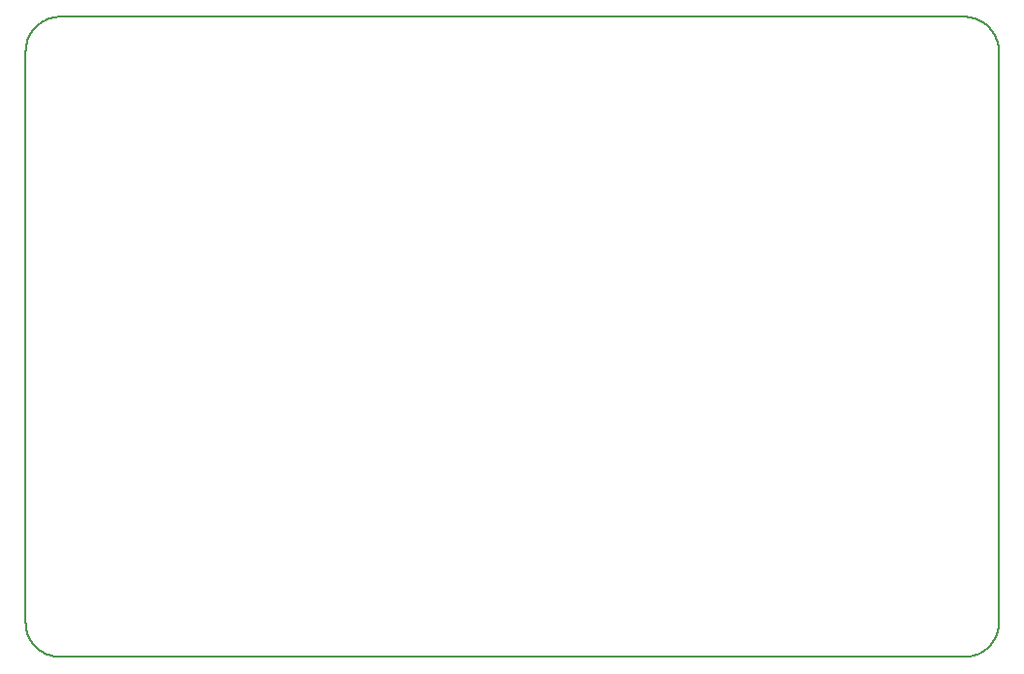
<source format=gm1>
G04 MADE WITH FRITZING*
G04 WWW.FRITZING.ORG*
G04 DOUBLE SIDED*
G04 HOLES PLATED*
G04 CONTOUR ON CENTER OF CONTOUR VECTOR*
%ASAXBY*%
%FSLAX23Y23*%
%MOIN*%
%OFA0B0*%
%SFA1.0B1.0*%
%ADD10C,0.008*%
%LNCONTOUR*%
G90*
G70*
G54D10*
X115Y2211D02*
X116Y2211D01*
X117Y2211D01*
X118Y2211D01*
X119Y2211D01*
X120Y2211D01*
X121Y2211D01*
X122Y2211D01*
X123Y2211D01*
X124Y2211D01*
X125Y2211D01*
X126Y2211D01*
X127Y2211D01*
X128Y2211D01*
X129Y2211D01*
X130Y2211D01*
X131Y2211D01*
X132Y2211D01*
X133Y2211D01*
X134Y2211D01*
X135Y2211D01*
X136Y2211D01*
X137Y2211D01*
X138Y2211D01*
X139Y2211D01*
X140Y2211D01*
X141Y2211D01*
X142Y2211D01*
X143Y2211D01*
X144Y2211D01*
X145Y2211D01*
X146Y2211D01*
X147Y2211D01*
X148Y2211D01*
X149Y2211D01*
X150Y2211D01*
X151Y2211D01*
X152Y2211D01*
X153Y2211D01*
X154Y2211D01*
X155Y2211D01*
X156Y2211D01*
X157Y2211D01*
X158Y2211D01*
X159Y2211D01*
X160Y2211D01*
X161Y2211D01*
X162Y2211D01*
X163Y2211D01*
X164Y2211D01*
X165Y2211D01*
X166Y2211D01*
X167Y2211D01*
X168Y2211D01*
X169Y2211D01*
X170Y2211D01*
X171Y2211D01*
X172Y2211D01*
X173Y2211D01*
X174Y2211D01*
X175Y2211D01*
X176Y2211D01*
X177Y2211D01*
X178Y2211D01*
X179Y2211D01*
X180Y2211D01*
X181Y2211D01*
X182Y2211D01*
X183Y2211D01*
X184Y2211D01*
X185Y2211D01*
X186Y2211D01*
X187Y2211D01*
X188Y2211D01*
X189Y2211D01*
X190Y2211D01*
X191Y2211D01*
X192Y2211D01*
X193Y2211D01*
X194Y2211D01*
X195Y2211D01*
X196Y2211D01*
X197Y2211D01*
X198Y2211D01*
X199Y2211D01*
X200Y2211D01*
X201Y2211D01*
X202Y2211D01*
X203Y2211D01*
X204Y2211D01*
X205Y2211D01*
X206Y2211D01*
X207Y2211D01*
X208Y2211D01*
X209Y2211D01*
X210Y2211D01*
X211Y2211D01*
X212Y2211D01*
X213Y2211D01*
X214Y2211D01*
X215Y2211D01*
X216Y2211D01*
X217Y2211D01*
X218Y2211D01*
X219Y2211D01*
X220Y2211D01*
X221Y2211D01*
X222Y2211D01*
X223Y2211D01*
X224Y2211D01*
X225Y2211D01*
X226Y2211D01*
X227Y2211D01*
X228Y2211D01*
X229Y2211D01*
X230Y2211D01*
X231Y2211D01*
X232Y2211D01*
X233Y2211D01*
X234Y2211D01*
X235Y2211D01*
X236Y2211D01*
X237Y2211D01*
X238Y2211D01*
X239Y2211D01*
X240Y2211D01*
X241Y2211D01*
X242Y2211D01*
X243Y2211D01*
X244Y2211D01*
X245Y2211D01*
X246Y2211D01*
X247Y2211D01*
X248Y2211D01*
X249Y2211D01*
X250Y2211D01*
X251Y2211D01*
X252Y2211D01*
X253Y2211D01*
X254Y2211D01*
X255Y2211D01*
X256Y2211D01*
X257Y2211D01*
X258Y2211D01*
X259Y2211D01*
X260Y2211D01*
X261Y2211D01*
X262Y2211D01*
X263Y2211D01*
X264Y2211D01*
X265Y2211D01*
X266Y2211D01*
X267Y2211D01*
X268Y2211D01*
X269Y2211D01*
X270Y2211D01*
X271Y2211D01*
X272Y2211D01*
X273Y2211D01*
X274Y2211D01*
X275Y2211D01*
X276Y2211D01*
X277Y2211D01*
X278Y2211D01*
X279Y2211D01*
X280Y2211D01*
X281Y2211D01*
X282Y2211D01*
X283Y2211D01*
X284Y2211D01*
X285Y2211D01*
X286Y2211D01*
X287Y2211D01*
X288Y2211D01*
X289Y2211D01*
X290Y2211D01*
X291Y2211D01*
X292Y2211D01*
X293Y2211D01*
X294Y2211D01*
X295Y2211D01*
X296Y2211D01*
X297Y2211D01*
X298Y2211D01*
X299Y2211D01*
X300Y2211D01*
X301Y2211D01*
X302Y2211D01*
X303Y2211D01*
X304Y2211D01*
X305Y2211D01*
X306Y2211D01*
X307Y2211D01*
X308Y2211D01*
X309Y2211D01*
X310Y2211D01*
X311Y2211D01*
X312Y2211D01*
X313Y2211D01*
X314Y2211D01*
X315Y2211D01*
X316Y2211D01*
X317Y2211D01*
X318Y2211D01*
X319Y2211D01*
X320Y2211D01*
X321Y2211D01*
X322Y2211D01*
X323Y2211D01*
X324Y2211D01*
X325Y2211D01*
X326Y2211D01*
X327Y2211D01*
X328Y2211D01*
X329Y2211D01*
X330Y2211D01*
X331Y2211D01*
X332Y2211D01*
X333Y2211D01*
X334Y2211D01*
X335Y2211D01*
X336Y2211D01*
X337Y2211D01*
X338Y2211D01*
X339Y2211D01*
X340Y2211D01*
X341Y2211D01*
X342Y2211D01*
X343Y2211D01*
X344Y2211D01*
X345Y2211D01*
X346Y2211D01*
X347Y2211D01*
X348Y2211D01*
X349Y2211D01*
X350Y2211D01*
X351Y2211D01*
X352Y2211D01*
X353Y2211D01*
X354Y2211D01*
X355Y2211D01*
X356Y2211D01*
X357Y2211D01*
X358Y2211D01*
X359Y2211D01*
X360Y2211D01*
X361Y2211D01*
X362Y2211D01*
X363Y2211D01*
X364Y2211D01*
X365Y2211D01*
X366Y2211D01*
X367Y2211D01*
X368Y2211D01*
X369Y2211D01*
X370Y2211D01*
X371Y2211D01*
X372Y2211D01*
X373Y2211D01*
X374Y2211D01*
X375Y2211D01*
X376Y2211D01*
X377Y2211D01*
X378Y2211D01*
X379Y2211D01*
X380Y2211D01*
X381Y2211D01*
X382Y2211D01*
X383Y2211D01*
X384Y2211D01*
X385Y2211D01*
X386Y2211D01*
X387Y2211D01*
X388Y2211D01*
X389Y2211D01*
X390Y2211D01*
X391Y2211D01*
X392Y2211D01*
X393Y2211D01*
X394Y2211D01*
X395Y2211D01*
X396Y2211D01*
X397Y2211D01*
X398Y2211D01*
X399Y2211D01*
X400Y2211D01*
X401Y2211D01*
X402Y2211D01*
X403Y2211D01*
X404Y2211D01*
X405Y2211D01*
X406Y2211D01*
X407Y2211D01*
X408Y2211D01*
X409Y2211D01*
X410Y2211D01*
X411Y2211D01*
X412Y2211D01*
X413Y2211D01*
X414Y2211D01*
X415Y2211D01*
X416Y2211D01*
X417Y2211D01*
X418Y2211D01*
X419Y2211D01*
X420Y2211D01*
X421Y2211D01*
X422Y2211D01*
X423Y2211D01*
X424Y2211D01*
X425Y2211D01*
X426Y2211D01*
X427Y2211D01*
X428Y2211D01*
X429Y2211D01*
X430Y2211D01*
X431Y2211D01*
X432Y2211D01*
X433Y2211D01*
X434Y2211D01*
X435Y2211D01*
X436Y2211D01*
X437Y2211D01*
X438Y2211D01*
X439Y2211D01*
X440Y2211D01*
X441Y2211D01*
X442Y2211D01*
X443Y2211D01*
X444Y2211D01*
X445Y2211D01*
X446Y2211D01*
X447Y2211D01*
X448Y2211D01*
X449Y2211D01*
X450Y2211D01*
X451Y2211D01*
X452Y2211D01*
X453Y2211D01*
X454Y2211D01*
X455Y2211D01*
X456Y2211D01*
X457Y2211D01*
X458Y2211D01*
X459Y2211D01*
X460Y2211D01*
X461Y2211D01*
X462Y2211D01*
X463Y2211D01*
X464Y2211D01*
X465Y2211D01*
X466Y2211D01*
X467Y2211D01*
X468Y2211D01*
X469Y2211D01*
X470Y2211D01*
X471Y2211D01*
X472Y2211D01*
X473Y2211D01*
X474Y2211D01*
X475Y2211D01*
X476Y2211D01*
X477Y2211D01*
X478Y2211D01*
X479Y2211D01*
X480Y2211D01*
X481Y2211D01*
X482Y2211D01*
X483Y2211D01*
X484Y2211D01*
X485Y2211D01*
X486Y2211D01*
X487Y2211D01*
X488Y2211D01*
X489Y2211D01*
X490Y2211D01*
X491Y2211D01*
X492Y2211D01*
X493Y2211D01*
X494Y2211D01*
X495Y2211D01*
X496Y2211D01*
X497Y2211D01*
X498Y2211D01*
X499Y2211D01*
X500Y2211D01*
X501Y2211D01*
X502Y2211D01*
X503Y2211D01*
X504Y2211D01*
X505Y2211D01*
X506Y2211D01*
X507Y2211D01*
X508Y2211D01*
X509Y2211D01*
X510Y2211D01*
X511Y2211D01*
X512Y2211D01*
X513Y2211D01*
X514Y2211D01*
X515Y2211D01*
X516Y2211D01*
X517Y2211D01*
X518Y2211D01*
X519Y2211D01*
X520Y2211D01*
X521Y2211D01*
X522Y2211D01*
X523Y2211D01*
X524Y2211D01*
X525Y2211D01*
X526Y2211D01*
X527Y2211D01*
X528Y2211D01*
X529Y2211D01*
X530Y2211D01*
X531Y2211D01*
X532Y2211D01*
X533Y2211D01*
X534Y2211D01*
X535Y2211D01*
X536Y2211D01*
X537Y2211D01*
X538Y2211D01*
X539Y2211D01*
X540Y2211D01*
X541Y2211D01*
X542Y2211D01*
X543Y2211D01*
X544Y2211D01*
X545Y2211D01*
X546Y2211D01*
X547Y2211D01*
X548Y2211D01*
X549Y2211D01*
X550Y2211D01*
X551Y2211D01*
X552Y2211D01*
X553Y2211D01*
X554Y2211D01*
X555Y2211D01*
X556Y2211D01*
X557Y2211D01*
X558Y2211D01*
X559Y2211D01*
X560Y2211D01*
X561Y2211D01*
X562Y2211D01*
X563Y2211D01*
X564Y2211D01*
X565Y2211D01*
X566Y2211D01*
X567Y2211D01*
X568Y2211D01*
X569Y2211D01*
X570Y2211D01*
X571Y2211D01*
X572Y2211D01*
X573Y2211D01*
X574Y2211D01*
X575Y2211D01*
X576Y2211D01*
X577Y2211D01*
X578Y2211D01*
X579Y2211D01*
X580Y2211D01*
X581Y2211D01*
X582Y2211D01*
X583Y2211D01*
X584Y2211D01*
X585Y2211D01*
X586Y2211D01*
X587Y2211D01*
X588Y2211D01*
X589Y2211D01*
X590Y2211D01*
X591Y2211D01*
X592Y2211D01*
X593Y2211D01*
X594Y2211D01*
X595Y2211D01*
X596Y2211D01*
X597Y2211D01*
X598Y2211D01*
X599Y2211D01*
X600Y2211D01*
X601Y2211D01*
X602Y2211D01*
X603Y2211D01*
X604Y2211D01*
X605Y2211D01*
X606Y2211D01*
X607Y2211D01*
X608Y2211D01*
X609Y2211D01*
X610Y2211D01*
X611Y2211D01*
X612Y2211D01*
X613Y2211D01*
X614Y2211D01*
X615Y2211D01*
X616Y2211D01*
X617Y2211D01*
X618Y2211D01*
X619Y2211D01*
X620Y2211D01*
X621Y2211D01*
X622Y2211D01*
X623Y2211D01*
X624Y2211D01*
X625Y2211D01*
X626Y2211D01*
X627Y2211D01*
X628Y2211D01*
X629Y2211D01*
X630Y2211D01*
X631Y2211D01*
X632Y2211D01*
X633Y2211D01*
X634Y2211D01*
X635Y2211D01*
X636Y2211D01*
X637Y2211D01*
X638Y2211D01*
X639Y2211D01*
X640Y2211D01*
X641Y2211D01*
X642Y2211D01*
X643Y2211D01*
X644Y2211D01*
X645Y2211D01*
X646Y2211D01*
X647Y2211D01*
X648Y2211D01*
X649Y2211D01*
X650Y2211D01*
X651Y2211D01*
X652Y2211D01*
X653Y2211D01*
X654Y2211D01*
X655Y2211D01*
X656Y2211D01*
X657Y2211D01*
X658Y2211D01*
X659Y2211D01*
X660Y2211D01*
X661Y2211D01*
X662Y2211D01*
X663Y2211D01*
X664Y2211D01*
X665Y2211D01*
X666Y2211D01*
X667Y2211D01*
X668Y2211D01*
X669Y2211D01*
X670Y2211D01*
X671Y2211D01*
X672Y2211D01*
X673Y2211D01*
X674Y2211D01*
X675Y2211D01*
X676Y2211D01*
X677Y2211D01*
X678Y2211D01*
X679Y2211D01*
X680Y2211D01*
X681Y2211D01*
X682Y2211D01*
X683Y2211D01*
X684Y2211D01*
X685Y2211D01*
X686Y2211D01*
X687Y2211D01*
X688Y2211D01*
X689Y2211D01*
X690Y2211D01*
X691Y2211D01*
X692Y2211D01*
X693Y2211D01*
X694Y2211D01*
X695Y2211D01*
X696Y2211D01*
X697Y2211D01*
X698Y2211D01*
X699Y2211D01*
X700Y2211D01*
X701Y2211D01*
X702Y2211D01*
X703Y2211D01*
X704Y2211D01*
X705Y2211D01*
X706Y2211D01*
X707Y2211D01*
X708Y2211D01*
X709Y2211D01*
X710Y2211D01*
X711Y2211D01*
X712Y2211D01*
X713Y2211D01*
X714Y2211D01*
X715Y2211D01*
X716Y2211D01*
X717Y2211D01*
X718Y2211D01*
X719Y2211D01*
X720Y2211D01*
X721Y2211D01*
X722Y2211D01*
X723Y2211D01*
X724Y2211D01*
X725Y2211D01*
X726Y2211D01*
X727Y2211D01*
X728Y2211D01*
X729Y2211D01*
X730Y2211D01*
X731Y2211D01*
X732Y2211D01*
X733Y2211D01*
X734Y2211D01*
X735Y2211D01*
X736Y2211D01*
X737Y2211D01*
X738Y2211D01*
X739Y2211D01*
X740Y2211D01*
X741Y2211D01*
X742Y2211D01*
X743Y2211D01*
X744Y2211D01*
X745Y2211D01*
X746Y2211D01*
X747Y2211D01*
X748Y2211D01*
X749Y2211D01*
X750Y2211D01*
X751Y2211D01*
X752Y2211D01*
X753Y2211D01*
X754Y2211D01*
X755Y2211D01*
X756Y2211D01*
X757Y2211D01*
X758Y2211D01*
X759Y2211D01*
X760Y2211D01*
X761Y2211D01*
X762Y2211D01*
X763Y2211D01*
X764Y2211D01*
X765Y2211D01*
X766Y2211D01*
X767Y2211D01*
X768Y2211D01*
X769Y2211D01*
X770Y2211D01*
X771Y2211D01*
X772Y2211D01*
X773Y2211D01*
X774Y2211D01*
X775Y2211D01*
X776Y2211D01*
X777Y2211D01*
X778Y2211D01*
X779Y2211D01*
X780Y2211D01*
X781Y2211D01*
X782Y2211D01*
X783Y2211D01*
X784Y2211D01*
X785Y2211D01*
X786Y2211D01*
X787Y2211D01*
X788Y2211D01*
X789Y2211D01*
X790Y2211D01*
X791Y2211D01*
X792Y2211D01*
X793Y2211D01*
X794Y2211D01*
X795Y2211D01*
X796Y2211D01*
X797Y2211D01*
X798Y2211D01*
X799Y2211D01*
X800Y2211D01*
X801Y2211D01*
X802Y2211D01*
X803Y2211D01*
X804Y2211D01*
X805Y2211D01*
X806Y2211D01*
X807Y2211D01*
X808Y2211D01*
X809Y2211D01*
X810Y2211D01*
X811Y2211D01*
X812Y2211D01*
X813Y2211D01*
X814Y2211D01*
X815Y2211D01*
X816Y2211D01*
X817Y2211D01*
X818Y2211D01*
X819Y2211D01*
X820Y2211D01*
X821Y2211D01*
X822Y2211D01*
X823Y2211D01*
X824Y2211D01*
X825Y2211D01*
X826Y2211D01*
X827Y2211D01*
X828Y2211D01*
X829Y2211D01*
X830Y2211D01*
X831Y2211D01*
X832Y2211D01*
X833Y2211D01*
X834Y2211D01*
X835Y2211D01*
X836Y2211D01*
X837Y2211D01*
X838Y2211D01*
X839Y2211D01*
X840Y2211D01*
X841Y2211D01*
X842Y2211D01*
X843Y2211D01*
X844Y2211D01*
X845Y2211D01*
X846Y2211D01*
X847Y2211D01*
X848Y2211D01*
X849Y2211D01*
X850Y2211D01*
X851Y2211D01*
X852Y2211D01*
X853Y2211D01*
X854Y2211D01*
X855Y2211D01*
X856Y2211D01*
X857Y2211D01*
X858Y2211D01*
X859Y2211D01*
X860Y2211D01*
X861Y2211D01*
X862Y2211D01*
X863Y2211D01*
X864Y2211D01*
X865Y2211D01*
X866Y2211D01*
X867Y2211D01*
X868Y2211D01*
X869Y2211D01*
X870Y2211D01*
X871Y2211D01*
X872Y2211D01*
X873Y2211D01*
X874Y2211D01*
X875Y2211D01*
X876Y2211D01*
X877Y2211D01*
X878Y2211D01*
X879Y2211D01*
X880Y2211D01*
X881Y2211D01*
X882Y2211D01*
X883Y2211D01*
X884Y2211D01*
X885Y2211D01*
X886Y2211D01*
X887Y2211D01*
X888Y2211D01*
X889Y2211D01*
X890Y2211D01*
X891Y2211D01*
X892Y2211D01*
X893Y2211D01*
X894Y2211D01*
X895Y2211D01*
X896Y2211D01*
X897Y2211D01*
X898Y2211D01*
X899Y2211D01*
X900Y2211D01*
X901Y2211D01*
X902Y2211D01*
X903Y2211D01*
X904Y2211D01*
X905Y2211D01*
X906Y2211D01*
X907Y2211D01*
X908Y2211D01*
X909Y2211D01*
X910Y2211D01*
X911Y2211D01*
X912Y2211D01*
X913Y2211D01*
X914Y2211D01*
X915Y2211D01*
X916Y2211D01*
X917Y2211D01*
X918Y2211D01*
X919Y2211D01*
X920Y2211D01*
X921Y2211D01*
X922Y2211D01*
X923Y2211D01*
X924Y2211D01*
X925Y2211D01*
X926Y2211D01*
X927Y2211D01*
X928Y2211D01*
X929Y2211D01*
X930Y2211D01*
X931Y2211D01*
X932Y2211D01*
X933Y2211D01*
X934Y2211D01*
X935Y2211D01*
X936Y2211D01*
X937Y2211D01*
X938Y2211D01*
X939Y2211D01*
X940Y2211D01*
X941Y2211D01*
X942Y2211D01*
X943Y2211D01*
X944Y2211D01*
X945Y2211D01*
X946Y2211D01*
X947Y2211D01*
X948Y2211D01*
X949Y2211D01*
X950Y2211D01*
X951Y2211D01*
X952Y2211D01*
X953Y2211D01*
X954Y2211D01*
X955Y2211D01*
X956Y2211D01*
X957Y2211D01*
X958Y2211D01*
X959Y2211D01*
X960Y2211D01*
X961Y2211D01*
X962Y2211D01*
X963Y2211D01*
X964Y2211D01*
X965Y2211D01*
X966Y2211D01*
X967Y2211D01*
X968Y2211D01*
X969Y2211D01*
X970Y2211D01*
X971Y2211D01*
X972Y2211D01*
X973Y2211D01*
X974Y2211D01*
X975Y2211D01*
X976Y2211D01*
X977Y2211D01*
X978Y2211D01*
X979Y2211D01*
X980Y2211D01*
X981Y2211D01*
X982Y2211D01*
X983Y2211D01*
X984Y2211D01*
X985Y2211D01*
X986Y2211D01*
X987Y2211D01*
X988Y2211D01*
X989Y2211D01*
X990Y2211D01*
X991Y2211D01*
X992Y2211D01*
X993Y2211D01*
X994Y2211D01*
X995Y2211D01*
X996Y2211D01*
X997Y2211D01*
X998Y2211D01*
X999Y2211D01*
X1000Y2211D01*
X1001Y2211D01*
X1002Y2211D01*
X1003Y2211D01*
X1004Y2211D01*
X1005Y2211D01*
X1006Y2211D01*
X1007Y2211D01*
X1008Y2211D01*
X1009Y2211D01*
X1010Y2211D01*
X1011Y2211D01*
X1012Y2211D01*
X1013Y2211D01*
X1014Y2211D01*
X1015Y2211D01*
X1016Y2211D01*
X1017Y2211D01*
X1018Y2211D01*
X1019Y2211D01*
X1020Y2211D01*
X1021Y2211D01*
X1022Y2211D01*
X1023Y2211D01*
X1024Y2211D01*
X1025Y2211D01*
X1026Y2211D01*
X1027Y2211D01*
X1028Y2211D01*
X1029Y2211D01*
X1030Y2211D01*
X1031Y2211D01*
X1032Y2211D01*
X1033Y2211D01*
X1034Y2211D01*
X1035Y2211D01*
X1036Y2211D01*
X1037Y2211D01*
X1038Y2211D01*
X1039Y2211D01*
X1040Y2211D01*
X1041Y2211D01*
X1042Y2211D01*
X1043Y2211D01*
X1044Y2211D01*
X1045Y2211D01*
X1046Y2211D01*
X1047Y2211D01*
X1048Y2211D01*
X1049Y2211D01*
X1050Y2211D01*
X1051Y2211D01*
X1052Y2211D01*
X1053Y2211D01*
X1054Y2211D01*
X1055Y2211D01*
X1056Y2211D01*
X1057Y2211D01*
X1058Y2211D01*
X1059Y2211D01*
X1060Y2211D01*
X1061Y2211D01*
X1062Y2211D01*
X1063Y2211D01*
X1064Y2211D01*
X1065Y2211D01*
X1066Y2211D01*
X1067Y2211D01*
X1068Y2211D01*
X1069Y2211D01*
X1070Y2211D01*
X1071Y2211D01*
X1072Y2211D01*
X1073Y2211D01*
X1074Y2211D01*
X1075Y2211D01*
X1076Y2211D01*
X1077Y2211D01*
X1078Y2211D01*
X1079Y2211D01*
X1080Y2211D01*
X1081Y2211D01*
X1082Y2211D01*
X1083Y2211D01*
X1084Y2211D01*
X1085Y2211D01*
X1086Y2211D01*
X1087Y2211D01*
X1088Y2211D01*
X1089Y2211D01*
X1090Y2211D01*
X1091Y2211D01*
X1092Y2211D01*
X1093Y2211D01*
X1094Y2211D01*
X1095Y2211D01*
X1096Y2211D01*
X1097Y2211D01*
X1098Y2211D01*
X1099Y2211D01*
X1100Y2211D01*
X1101Y2211D01*
X1102Y2211D01*
X1103Y2211D01*
X1104Y2211D01*
X1105Y2211D01*
X1106Y2211D01*
X1107Y2211D01*
X1108Y2211D01*
X1109Y2211D01*
X1110Y2211D01*
X1111Y2211D01*
X1112Y2211D01*
X1113Y2211D01*
X1114Y2211D01*
X1115Y2211D01*
X1116Y2211D01*
X1117Y2211D01*
X1118Y2211D01*
X1119Y2211D01*
X1120Y2211D01*
X1121Y2211D01*
X1122Y2211D01*
X1123Y2211D01*
X1124Y2211D01*
X1125Y2211D01*
X1126Y2211D01*
X1127Y2211D01*
X1128Y2211D01*
X1129Y2211D01*
X1130Y2211D01*
X1131Y2211D01*
X1132Y2211D01*
X1133Y2211D01*
X1134Y2211D01*
X1135Y2211D01*
X1136Y2211D01*
X1137Y2211D01*
X1138Y2211D01*
X1139Y2211D01*
X1140Y2211D01*
X1141Y2211D01*
X1142Y2211D01*
X1143Y2211D01*
X1144Y2211D01*
X1145Y2211D01*
X1146Y2211D01*
X1147Y2211D01*
X1148Y2211D01*
X1149Y2211D01*
X1150Y2211D01*
X1151Y2211D01*
X1152Y2211D01*
X1153Y2211D01*
X1154Y2211D01*
X1155Y2211D01*
X1156Y2211D01*
X1157Y2211D01*
X1158Y2211D01*
X1159Y2211D01*
X1160Y2211D01*
X1161Y2211D01*
X1162Y2211D01*
X1163Y2211D01*
X1164Y2211D01*
X1165Y2211D01*
X1166Y2211D01*
X1167Y2211D01*
X1168Y2211D01*
X1169Y2211D01*
X1170Y2211D01*
X1171Y2211D01*
X1172Y2211D01*
X1173Y2211D01*
X1174Y2211D01*
X1175Y2211D01*
X1176Y2211D01*
X1177Y2211D01*
X1178Y2211D01*
X1179Y2211D01*
X1180Y2211D01*
X1181Y2211D01*
X1182Y2211D01*
X1183Y2211D01*
X1184Y2211D01*
X1185Y2211D01*
X1186Y2211D01*
X1187Y2211D01*
X1188Y2211D01*
X1189Y2211D01*
X1190Y2211D01*
X1191Y2211D01*
X1192Y2211D01*
X1193Y2211D01*
X1194Y2211D01*
X1195Y2211D01*
X1196Y2211D01*
X1197Y2211D01*
X1198Y2211D01*
X1199Y2211D01*
X1200Y2211D01*
X1201Y2211D01*
X1202Y2211D01*
X1203Y2211D01*
X1204Y2211D01*
X1205Y2211D01*
X1206Y2211D01*
X1207Y2211D01*
X1208Y2211D01*
X1209Y2211D01*
X1210Y2211D01*
X1211Y2211D01*
X1212Y2211D01*
X1213Y2211D01*
X1214Y2211D01*
X1215Y2211D01*
X1216Y2211D01*
X1217Y2211D01*
X1218Y2211D01*
X1219Y2211D01*
X1220Y2211D01*
X1221Y2211D01*
X1222Y2211D01*
X1223Y2211D01*
X1224Y2211D01*
X1225Y2211D01*
X1226Y2211D01*
X1227Y2211D01*
X1228Y2211D01*
X1229Y2211D01*
X1230Y2211D01*
X1231Y2211D01*
X1232Y2211D01*
X1233Y2211D01*
X1234Y2211D01*
X1235Y2211D01*
X1236Y2211D01*
X1237Y2211D01*
X1238Y2211D01*
X1239Y2211D01*
X1240Y2211D01*
X1241Y2211D01*
X1242Y2211D01*
X1243Y2211D01*
X1244Y2211D01*
X1245Y2211D01*
X1246Y2211D01*
X1247Y2211D01*
X1248Y2211D01*
X1249Y2211D01*
X1250Y2211D01*
X1251Y2211D01*
X1252Y2211D01*
X1253Y2211D01*
X1254Y2211D01*
X1255Y2211D01*
X1256Y2211D01*
X1257Y2211D01*
X1258Y2211D01*
X1259Y2211D01*
X1260Y2211D01*
X1261Y2211D01*
X1262Y2211D01*
X1263Y2211D01*
X1264Y2211D01*
X1265Y2211D01*
X1266Y2211D01*
X1267Y2211D01*
X1268Y2211D01*
X1269Y2211D01*
X1270Y2211D01*
X1271Y2211D01*
X1272Y2211D01*
X1273Y2211D01*
X1274Y2211D01*
X1275Y2211D01*
X1276Y2211D01*
X1277Y2211D01*
X1278Y2211D01*
X1279Y2211D01*
X1280Y2211D01*
X1281Y2211D01*
X1282Y2211D01*
X1283Y2211D01*
X1284Y2211D01*
X1285Y2211D01*
X1286Y2211D01*
X1287Y2211D01*
X1288Y2211D01*
X1289Y2211D01*
X1290Y2211D01*
X1291Y2211D01*
X1292Y2211D01*
X1293Y2211D01*
X1294Y2211D01*
X1295Y2211D01*
X1296Y2211D01*
X1297Y2211D01*
X1298Y2211D01*
X1299Y2211D01*
X1300Y2211D01*
X1301Y2211D01*
X1302Y2211D01*
X1303Y2211D01*
X1304Y2211D01*
X1305Y2211D01*
X1306Y2211D01*
X1307Y2211D01*
X1308Y2211D01*
X1309Y2211D01*
X1310Y2211D01*
X1311Y2211D01*
X1312Y2211D01*
X1313Y2211D01*
X1314Y2211D01*
X1315Y2211D01*
X1316Y2211D01*
X1317Y2211D01*
X1318Y2211D01*
X1319Y2211D01*
X1320Y2211D01*
X1321Y2211D01*
X1322Y2211D01*
X1323Y2211D01*
X1324Y2211D01*
X1325Y2211D01*
X1326Y2211D01*
X1327Y2211D01*
X1328Y2211D01*
X1329Y2211D01*
X1330Y2211D01*
X1331Y2211D01*
X1332Y2211D01*
X1333Y2211D01*
X1334Y2211D01*
X1335Y2211D01*
X1336Y2211D01*
X1337Y2211D01*
X1338Y2211D01*
X1339Y2211D01*
X1340Y2211D01*
X1341Y2211D01*
X1342Y2211D01*
X1343Y2211D01*
X1344Y2211D01*
X1345Y2211D01*
X1346Y2211D01*
X1347Y2211D01*
X1348Y2211D01*
X1349Y2211D01*
X1350Y2211D01*
X1351Y2211D01*
X1352Y2211D01*
X1353Y2211D01*
X1354Y2211D01*
X1355Y2211D01*
X1356Y2211D01*
X1357Y2211D01*
X1358Y2211D01*
X1359Y2211D01*
X1360Y2211D01*
X1361Y2211D01*
X1362Y2211D01*
X1363Y2211D01*
X1364Y2211D01*
X1365Y2211D01*
X1366Y2211D01*
X1367Y2211D01*
X1368Y2211D01*
X1369Y2211D01*
X1370Y2211D01*
X1371Y2211D01*
X1372Y2211D01*
X1373Y2211D01*
X1374Y2211D01*
X1375Y2211D01*
X1376Y2211D01*
X1377Y2211D01*
X1378Y2211D01*
X1379Y2211D01*
X1380Y2211D01*
X1381Y2211D01*
X1382Y2211D01*
X1383Y2211D01*
X1384Y2211D01*
X1385Y2211D01*
X1386Y2211D01*
X1387Y2211D01*
X1388Y2211D01*
X1389Y2211D01*
X1390Y2211D01*
X1391Y2211D01*
X1392Y2211D01*
X1393Y2211D01*
X1394Y2211D01*
X1395Y2211D01*
X1396Y2211D01*
X1397Y2211D01*
X1398Y2211D01*
X1399Y2211D01*
X1400Y2211D01*
X1401Y2211D01*
X1402Y2211D01*
X1403Y2211D01*
X1404Y2211D01*
X1405Y2211D01*
X1406Y2211D01*
X1407Y2211D01*
X1408Y2211D01*
X1409Y2211D01*
X1410Y2211D01*
X1411Y2211D01*
X1412Y2211D01*
X1413Y2211D01*
X1414Y2211D01*
X1415Y2211D01*
X1416Y2211D01*
X1417Y2211D01*
X1418Y2211D01*
X1419Y2211D01*
X1420Y2211D01*
X1421Y2211D01*
X1422Y2211D01*
X1423Y2211D01*
X1424Y2211D01*
X1425Y2211D01*
X1426Y2211D01*
X1427Y2211D01*
X1428Y2211D01*
X1429Y2211D01*
X1430Y2211D01*
X1431Y2211D01*
X1432Y2211D01*
X1433Y2211D01*
X1434Y2211D01*
X1435Y2211D01*
X1436Y2211D01*
X1437Y2211D01*
X1438Y2211D01*
X1439Y2211D01*
X1440Y2211D01*
X1441Y2211D01*
X1442Y2211D01*
X1443Y2211D01*
X1444Y2211D01*
X1445Y2211D01*
X1446Y2211D01*
X1447Y2211D01*
X1448Y2211D01*
X1449Y2211D01*
X1450Y2211D01*
X1451Y2211D01*
X1452Y2211D01*
X1453Y2211D01*
X1454Y2211D01*
X1455Y2211D01*
X1456Y2211D01*
X1457Y2211D01*
X1458Y2211D01*
X1459Y2211D01*
X1460Y2211D01*
X1461Y2211D01*
X1462Y2211D01*
X1463Y2211D01*
X1464Y2211D01*
X1465Y2211D01*
X1466Y2211D01*
X1467Y2211D01*
X1468Y2211D01*
X1469Y2211D01*
X1470Y2211D01*
X1471Y2211D01*
X1472Y2211D01*
X1473Y2211D01*
X1474Y2211D01*
X1475Y2211D01*
X1476Y2211D01*
X1477Y2211D01*
X1478Y2211D01*
X1479Y2211D01*
X1480Y2211D01*
X1481Y2211D01*
X1482Y2211D01*
X1483Y2211D01*
X1484Y2211D01*
X1485Y2211D01*
X1486Y2211D01*
X1487Y2211D01*
X1488Y2211D01*
X1489Y2211D01*
X1490Y2211D01*
X1491Y2211D01*
X1492Y2211D01*
X1493Y2211D01*
X1494Y2211D01*
X1495Y2211D01*
X1496Y2211D01*
X1497Y2211D01*
X1498Y2211D01*
X1499Y2211D01*
X1500Y2211D01*
X1501Y2211D01*
X1502Y2211D01*
X1503Y2211D01*
X1504Y2211D01*
X1505Y2211D01*
X1506Y2211D01*
X1507Y2211D01*
X1508Y2211D01*
X1509Y2211D01*
X1510Y2211D01*
X1511Y2211D01*
X1512Y2211D01*
X1513Y2211D01*
X1514Y2211D01*
X1515Y2211D01*
X1516Y2211D01*
X1517Y2211D01*
X1518Y2211D01*
X1519Y2211D01*
X1520Y2211D01*
X1521Y2211D01*
X1522Y2211D01*
X1523Y2211D01*
X1524Y2211D01*
X1525Y2211D01*
X1526Y2211D01*
X1527Y2211D01*
X1528Y2211D01*
X1529Y2211D01*
X1530Y2211D01*
X1531Y2211D01*
X1532Y2211D01*
X1533Y2211D01*
X1534Y2211D01*
X1535Y2211D01*
X1536Y2211D01*
X1537Y2211D01*
X1538Y2211D01*
X1539Y2211D01*
X1540Y2211D01*
X1541Y2211D01*
X1542Y2211D01*
X1543Y2211D01*
X1544Y2211D01*
X1545Y2211D01*
X1546Y2211D01*
X1547Y2211D01*
X1548Y2211D01*
X1549Y2211D01*
X1550Y2211D01*
X1551Y2211D01*
X1552Y2211D01*
X1553Y2211D01*
X1554Y2211D01*
X1555Y2211D01*
X1556Y2211D01*
X1557Y2211D01*
X1558Y2211D01*
X1559Y2211D01*
X1560Y2211D01*
X1561Y2211D01*
X1562Y2211D01*
X1563Y2211D01*
X1564Y2211D01*
X1565Y2211D01*
X1566Y2211D01*
X1567Y2211D01*
X1568Y2211D01*
X1569Y2211D01*
X1570Y2211D01*
X1571Y2211D01*
X1572Y2211D01*
X1573Y2211D01*
X1574Y2211D01*
X1575Y2211D01*
X1576Y2211D01*
X1577Y2211D01*
X1578Y2211D01*
X1579Y2211D01*
X1580Y2211D01*
X1581Y2211D01*
X1582Y2211D01*
X1583Y2211D01*
X1584Y2211D01*
X1585Y2211D01*
X1586Y2211D01*
X1587Y2211D01*
X1588Y2211D01*
X1589Y2211D01*
X1590Y2211D01*
X1591Y2211D01*
X1592Y2211D01*
X1593Y2211D01*
X1594Y2211D01*
X1595Y2211D01*
X1596Y2211D01*
X1597Y2211D01*
X1598Y2211D01*
X1599Y2211D01*
X1600Y2211D01*
X1601Y2211D01*
X1602Y2211D01*
X1603Y2211D01*
X1604Y2211D01*
X1605Y2211D01*
X1606Y2211D01*
X1607Y2211D01*
X1608Y2211D01*
X1609Y2211D01*
X1610Y2211D01*
X1611Y2211D01*
X1612Y2211D01*
X1613Y2211D01*
X1614Y2211D01*
X1615Y2211D01*
X1616Y2211D01*
X1617Y2211D01*
X1618Y2211D01*
X1619Y2211D01*
X1620Y2211D01*
X1621Y2211D01*
X1622Y2211D01*
X1623Y2211D01*
X1624Y2211D01*
X1625Y2211D01*
X1626Y2211D01*
X1627Y2211D01*
X1628Y2211D01*
X1629Y2211D01*
X1630Y2211D01*
X1631Y2211D01*
X1632Y2211D01*
X1633Y2211D01*
X1634Y2211D01*
X1635Y2211D01*
X1636Y2211D01*
X1637Y2211D01*
X1638Y2211D01*
X1639Y2211D01*
X1640Y2211D01*
X1641Y2211D01*
X1642Y2211D01*
X1643Y2211D01*
X1644Y2211D01*
X1645Y2211D01*
X1646Y2211D01*
X1647Y2211D01*
X1648Y2211D01*
X1649Y2211D01*
X1650Y2211D01*
X1651Y2211D01*
X1652Y2211D01*
X1653Y2211D01*
X1654Y2211D01*
X1655Y2211D01*
X1656Y2211D01*
X1657Y2211D01*
X1658Y2211D01*
X1659Y2211D01*
X1660Y2211D01*
X1661Y2211D01*
X1662Y2211D01*
X1663Y2211D01*
X1664Y2211D01*
X1665Y2211D01*
X1666Y2211D01*
X1667Y2211D01*
X1668Y2211D01*
X1669Y2211D01*
X1670Y2211D01*
X1671Y2211D01*
X1672Y2211D01*
X1673Y2211D01*
X1674Y2211D01*
X1675Y2211D01*
X1676Y2211D01*
X1677Y2211D01*
X1678Y2211D01*
X1679Y2211D01*
X1680Y2211D01*
X1681Y2211D01*
X1682Y2211D01*
X1683Y2211D01*
X1684Y2211D01*
X1685Y2211D01*
X1686Y2211D01*
X1687Y2211D01*
X1688Y2211D01*
X1689Y2211D01*
X1690Y2211D01*
X1691Y2211D01*
X1692Y2211D01*
X1693Y2211D01*
X1694Y2211D01*
X1695Y2211D01*
X1696Y2211D01*
X1697Y2211D01*
X1698Y2211D01*
X1699Y2211D01*
X1700Y2211D01*
X1701Y2211D01*
X1702Y2211D01*
X1703Y2211D01*
X1704Y2211D01*
X1705Y2211D01*
X1706Y2211D01*
X1707Y2211D01*
X1708Y2211D01*
X1709Y2211D01*
X1710Y2211D01*
X1711Y2211D01*
X1712Y2211D01*
X1713Y2211D01*
X1714Y2211D01*
X1715Y2211D01*
X1716Y2211D01*
X1717Y2211D01*
X1718Y2211D01*
X1719Y2211D01*
X1720Y2211D01*
X1721Y2211D01*
X1722Y2211D01*
X1723Y2211D01*
X1724Y2211D01*
X1725Y2211D01*
X1726Y2211D01*
X1727Y2211D01*
X1728Y2211D01*
X1729Y2211D01*
X1730Y2211D01*
X1731Y2211D01*
X1732Y2211D01*
X1733Y2211D01*
X1734Y2211D01*
X1735Y2211D01*
X1736Y2211D01*
X1737Y2211D01*
X1738Y2211D01*
X1739Y2211D01*
X1740Y2211D01*
X1741Y2211D01*
X1742Y2211D01*
X1743Y2211D01*
X1744Y2211D01*
X1745Y2211D01*
X1746Y2211D01*
X1747Y2211D01*
X1748Y2211D01*
X1749Y2211D01*
X1750Y2211D01*
X1751Y2211D01*
X1752Y2211D01*
X1753Y2211D01*
X1754Y2211D01*
X1755Y2211D01*
X1756Y2211D01*
X1757Y2211D01*
X1758Y2211D01*
X1759Y2211D01*
X1760Y2211D01*
X1761Y2211D01*
X1762Y2211D01*
X1763Y2211D01*
X1764Y2211D01*
X1765Y2211D01*
X1766Y2211D01*
X1767Y2211D01*
X1768Y2211D01*
X1769Y2211D01*
X1770Y2211D01*
X1771Y2211D01*
X1772Y2211D01*
X1773Y2211D01*
X1774Y2211D01*
X1775Y2211D01*
X1776Y2211D01*
X1777Y2211D01*
X1778Y2211D01*
X1779Y2211D01*
X1780Y2211D01*
X1781Y2211D01*
X1782Y2211D01*
X1783Y2211D01*
X1784Y2211D01*
X1785Y2211D01*
X1786Y2211D01*
X1787Y2211D01*
X1788Y2211D01*
X1789Y2211D01*
X1790Y2211D01*
X1791Y2211D01*
X1792Y2211D01*
X1793Y2211D01*
X1794Y2211D01*
X1795Y2211D01*
X1796Y2211D01*
X1797Y2211D01*
X1798Y2211D01*
X1799Y2211D01*
X1800Y2211D01*
X1801Y2211D01*
X1802Y2211D01*
X1803Y2211D01*
X1804Y2211D01*
X1805Y2211D01*
X1806Y2211D01*
X1807Y2211D01*
X1808Y2211D01*
X1809Y2211D01*
X1810Y2211D01*
X1811Y2211D01*
X1812Y2211D01*
X1813Y2211D01*
X1814Y2211D01*
X1815Y2211D01*
X1816Y2211D01*
X1817Y2211D01*
X1818Y2211D01*
X1819Y2211D01*
X1820Y2211D01*
X1821Y2211D01*
X1822Y2211D01*
X1823Y2211D01*
X1824Y2211D01*
X1825Y2211D01*
X1826Y2211D01*
X1827Y2211D01*
X1828Y2211D01*
X1829Y2211D01*
X1830Y2211D01*
X1831Y2211D01*
X1832Y2211D01*
X1833Y2211D01*
X1834Y2211D01*
X1835Y2211D01*
X1836Y2211D01*
X1837Y2211D01*
X1838Y2211D01*
X1839Y2211D01*
X1840Y2211D01*
X1841Y2211D01*
X1842Y2211D01*
X1843Y2211D01*
X1844Y2211D01*
X1845Y2211D01*
X1846Y2211D01*
X1847Y2211D01*
X1848Y2211D01*
X1849Y2211D01*
X1850Y2211D01*
X1851Y2211D01*
X1852Y2211D01*
X1853Y2211D01*
X1854Y2211D01*
X1855Y2211D01*
X1856Y2211D01*
X1857Y2211D01*
X1858Y2211D01*
X1859Y2211D01*
X1860Y2211D01*
X1861Y2211D01*
X1862Y2211D01*
X1863Y2211D01*
X1864Y2211D01*
X1865Y2211D01*
X1866Y2211D01*
X1867Y2211D01*
X1868Y2211D01*
X1869Y2211D01*
X1870Y2211D01*
X1871Y2211D01*
X1872Y2211D01*
X1873Y2211D01*
X1874Y2211D01*
X1875Y2211D01*
X1876Y2211D01*
X1877Y2211D01*
X1878Y2211D01*
X1879Y2211D01*
X1880Y2211D01*
X1881Y2211D01*
X1882Y2211D01*
X1883Y2211D01*
X1884Y2211D01*
X1885Y2211D01*
X1886Y2211D01*
X1887Y2211D01*
X1888Y2211D01*
X1889Y2211D01*
X1890Y2211D01*
X1891Y2211D01*
X1892Y2211D01*
X1893Y2211D01*
X1894Y2211D01*
X1895Y2211D01*
X1896Y2211D01*
X1897Y2211D01*
X1898Y2211D01*
X1899Y2211D01*
X1900Y2211D01*
X1901Y2211D01*
X1902Y2211D01*
X1903Y2211D01*
X1904Y2211D01*
X1905Y2211D01*
X1906Y2211D01*
X1907Y2211D01*
X1908Y2211D01*
X1909Y2211D01*
X1910Y2211D01*
X1911Y2211D01*
X1912Y2211D01*
X1913Y2211D01*
X1914Y2211D01*
X1915Y2211D01*
X1916Y2211D01*
X1917Y2211D01*
X1918Y2211D01*
X1919Y2211D01*
X1920Y2211D01*
X1921Y2211D01*
X1922Y2211D01*
X1923Y2211D01*
X1924Y2211D01*
X1925Y2211D01*
X1926Y2211D01*
X1927Y2211D01*
X1928Y2211D01*
X1929Y2211D01*
X1930Y2211D01*
X1931Y2211D01*
X1932Y2211D01*
X1933Y2211D01*
X1934Y2211D01*
X1935Y2211D01*
X1936Y2211D01*
X1937Y2211D01*
X1938Y2211D01*
X1939Y2211D01*
X1940Y2211D01*
X1941Y2211D01*
X1942Y2211D01*
X1943Y2211D01*
X1944Y2211D01*
X1945Y2211D01*
X1946Y2211D01*
X1947Y2211D01*
X1948Y2211D01*
X1949Y2211D01*
X1950Y2211D01*
X1951Y2211D01*
X1952Y2211D01*
X1953Y2211D01*
X1954Y2211D01*
X1955Y2211D01*
X1956Y2211D01*
X1957Y2211D01*
X1958Y2211D01*
X1959Y2211D01*
X1960Y2211D01*
X1961Y2211D01*
X1962Y2211D01*
X1963Y2211D01*
X1964Y2211D01*
X1965Y2211D01*
X1966Y2211D01*
X1967Y2211D01*
X1968Y2211D01*
X1969Y2211D01*
X1970Y2211D01*
X1971Y2211D01*
X1972Y2211D01*
X1973Y2211D01*
X1974Y2211D01*
X1975Y2211D01*
X1976Y2211D01*
X1977Y2211D01*
X1978Y2211D01*
X1979Y2211D01*
X1980Y2211D01*
X1981Y2211D01*
X1982Y2211D01*
X1983Y2211D01*
X1984Y2211D01*
X1985Y2211D01*
X1986Y2211D01*
X1987Y2211D01*
X1988Y2211D01*
X1989Y2211D01*
X1990Y2211D01*
X1991Y2211D01*
X1992Y2211D01*
X1993Y2211D01*
X1994Y2211D01*
X1995Y2211D01*
X1996Y2211D01*
X1997Y2211D01*
X1998Y2211D01*
X1999Y2211D01*
X2000Y2211D01*
X2001Y2211D01*
X2002Y2211D01*
X2003Y2211D01*
X2004Y2211D01*
X2005Y2211D01*
X2006Y2211D01*
X2007Y2211D01*
X2008Y2211D01*
X2009Y2211D01*
X2010Y2211D01*
X2011Y2211D01*
X2012Y2211D01*
X2013Y2211D01*
X2014Y2211D01*
X2015Y2211D01*
X2016Y2211D01*
X2017Y2211D01*
X2018Y2211D01*
X2019Y2211D01*
X2020Y2211D01*
X2021Y2211D01*
X2022Y2211D01*
X2023Y2211D01*
X2024Y2211D01*
X2025Y2211D01*
X2026Y2211D01*
X2027Y2211D01*
X2028Y2211D01*
X2029Y2211D01*
X2030Y2211D01*
X2031Y2211D01*
X2032Y2211D01*
X2033Y2211D01*
X2034Y2211D01*
X2035Y2211D01*
X2036Y2211D01*
X2037Y2211D01*
X2038Y2211D01*
X2039Y2211D01*
X2040Y2211D01*
X2041Y2211D01*
X2042Y2211D01*
X2043Y2211D01*
X2044Y2211D01*
X2045Y2211D01*
X2046Y2211D01*
X2047Y2211D01*
X2048Y2211D01*
X2049Y2211D01*
X2050Y2211D01*
X2051Y2211D01*
X2052Y2211D01*
X2053Y2211D01*
X2054Y2211D01*
X2055Y2211D01*
X2056Y2211D01*
X2057Y2211D01*
X2058Y2211D01*
X2059Y2211D01*
X2060Y2211D01*
X2061Y2211D01*
X2062Y2211D01*
X2063Y2211D01*
X2064Y2211D01*
X2065Y2211D01*
X2066Y2211D01*
X2067Y2211D01*
X2068Y2211D01*
X2069Y2211D01*
X2070Y2211D01*
X2071Y2211D01*
X2072Y2211D01*
X2073Y2211D01*
X2074Y2211D01*
X2075Y2211D01*
X2076Y2211D01*
X2077Y2211D01*
X2078Y2211D01*
X2079Y2211D01*
X2080Y2211D01*
X2081Y2211D01*
X2082Y2211D01*
X2083Y2211D01*
X2084Y2211D01*
X2085Y2211D01*
X2086Y2211D01*
X2087Y2211D01*
X2088Y2211D01*
X2089Y2211D01*
X2090Y2211D01*
X2091Y2211D01*
X2092Y2211D01*
X2093Y2211D01*
X2094Y2211D01*
X2095Y2211D01*
X2096Y2211D01*
X2097Y2211D01*
X2098Y2211D01*
X2099Y2211D01*
X2100Y2211D01*
X2101Y2211D01*
X2102Y2211D01*
X2103Y2211D01*
X2104Y2211D01*
X2105Y2211D01*
X2106Y2211D01*
X2107Y2211D01*
X2108Y2211D01*
X2109Y2211D01*
X2110Y2211D01*
X2111Y2211D01*
X2112Y2211D01*
X2113Y2211D01*
X2114Y2211D01*
X2115Y2211D01*
X2116Y2211D01*
X2117Y2211D01*
X2118Y2211D01*
X2119Y2211D01*
X2120Y2211D01*
X2121Y2211D01*
X2122Y2211D01*
X2123Y2211D01*
X2124Y2211D01*
X2125Y2211D01*
X2126Y2211D01*
X2127Y2211D01*
X2128Y2211D01*
X2129Y2211D01*
X2130Y2211D01*
X2131Y2211D01*
X2132Y2211D01*
X2133Y2211D01*
X2134Y2211D01*
X2135Y2211D01*
X2136Y2211D01*
X2137Y2211D01*
X2138Y2211D01*
X2139Y2211D01*
X2140Y2211D01*
X2141Y2211D01*
X2142Y2211D01*
X2143Y2211D01*
X2144Y2211D01*
X2145Y2211D01*
X2146Y2211D01*
X2147Y2211D01*
X2148Y2211D01*
X2149Y2211D01*
X2150Y2211D01*
X2151Y2211D01*
X2152Y2211D01*
X2153Y2211D01*
X2154Y2211D01*
X2155Y2211D01*
X2156Y2211D01*
X2157Y2211D01*
X2158Y2211D01*
X2159Y2211D01*
X2160Y2211D01*
X2161Y2211D01*
X2162Y2211D01*
X2163Y2211D01*
X2164Y2211D01*
X2165Y2211D01*
X2166Y2211D01*
X2167Y2211D01*
X2168Y2211D01*
X2169Y2211D01*
X2170Y2211D01*
X2171Y2211D01*
X2172Y2211D01*
X2173Y2211D01*
X2174Y2211D01*
X2175Y2211D01*
X2176Y2211D01*
X2177Y2211D01*
X2178Y2211D01*
X2179Y2211D01*
X2180Y2211D01*
X2181Y2211D01*
X2182Y2211D01*
X2183Y2211D01*
X2184Y2211D01*
X2185Y2211D01*
X2186Y2211D01*
X2187Y2211D01*
X2188Y2211D01*
X2189Y2211D01*
X2190Y2211D01*
X2191Y2211D01*
X2192Y2211D01*
X2193Y2211D01*
X2194Y2211D01*
X2195Y2211D01*
X2196Y2211D01*
X2197Y2211D01*
X2198Y2211D01*
X2199Y2211D01*
X2200Y2211D01*
X2201Y2211D01*
X2202Y2211D01*
X2203Y2211D01*
X2204Y2211D01*
X2205Y2211D01*
X2206Y2211D01*
X2207Y2211D01*
X2208Y2211D01*
X2209Y2211D01*
X2210Y2211D01*
X2211Y2211D01*
X2212Y2211D01*
X2213Y2211D01*
X2214Y2211D01*
X2215Y2211D01*
X2216Y2211D01*
X2217Y2211D01*
X2218Y2211D01*
X2219Y2211D01*
X2220Y2211D01*
X2221Y2211D01*
X2222Y2211D01*
X2223Y2211D01*
X2224Y2211D01*
X2225Y2211D01*
X2226Y2211D01*
X2227Y2211D01*
X2228Y2211D01*
X2229Y2211D01*
X2230Y2211D01*
X2231Y2211D01*
X2232Y2211D01*
X2233Y2211D01*
X2234Y2211D01*
X2235Y2211D01*
X2236Y2211D01*
X2237Y2211D01*
X2238Y2211D01*
X2239Y2211D01*
X2240Y2211D01*
X2241Y2211D01*
X2242Y2211D01*
X2243Y2211D01*
X2244Y2211D01*
X2245Y2211D01*
X2246Y2211D01*
X2247Y2211D01*
X2248Y2211D01*
X2249Y2211D01*
X2250Y2211D01*
X2251Y2211D01*
X2252Y2211D01*
X2253Y2211D01*
X2254Y2211D01*
X2255Y2211D01*
X2256Y2211D01*
X2257Y2211D01*
X2258Y2211D01*
X2259Y2211D01*
X2260Y2211D01*
X2261Y2211D01*
X2262Y2211D01*
X2263Y2211D01*
X2264Y2211D01*
X2265Y2211D01*
X2266Y2211D01*
X2267Y2211D01*
X2268Y2211D01*
X2269Y2211D01*
X2270Y2211D01*
X2271Y2211D01*
X2272Y2211D01*
X2273Y2211D01*
X2274Y2211D01*
X2275Y2211D01*
X2276Y2211D01*
X2277Y2211D01*
X2278Y2211D01*
X2279Y2211D01*
X2280Y2211D01*
X2281Y2211D01*
X2282Y2211D01*
X2283Y2211D01*
X2284Y2211D01*
X2285Y2211D01*
X2286Y2211D01*
X2287Y2211D01*
X2288Y2211D01*
X2289Y2211D01*
X2290Y2211D01*
X2291Y2211D01*
X2292Y2211D01*
X2293Y2211D01*
X2294Y2211D01*
X2295Y2211D01*
X2296Y2211D01*
X2297Y2211D01*
X2298Y2211D01*
X2299Y2211D01*
X2300Y2211D01*
X2301Y2211D01*
X2302Y2211D01*
X2303Y2211D01*
X2304Y2211D01*
X2305Y2211D01*
X2306Y2211D01*
X2307Y2211D01*
X2308Y2211D01*
X2309Y2211D01*
X2310Y2211D01*
X2311Y2211D01*
X2312Y2211D01*
X2313Y2211D01*
X2314Y2211D01*
X2315Y2211D01*
X2316Y2211D01*
X2317Y2211D01*
X2318Y2211D01*
X2319Y2211D01*
X2320Y2211D01*
X2321Y2211D01*
X2322Y2211D01*
X2323Y2211D01*
X2324Y2211D01*
X2325Y2211D01*
X2326Y2211D01*
X2327Y2211D01*
X2328Y2211D01*
X2329Y2211D01*
X2330Y2211D01*
X2331Y2211D01*
X2332Y2211D01*
X2333Y2211D01*
X2334Y2211D01*
X2335Y2211D01*
X2336Y2211D01*
X2337Y2211D01*
X2338Y2211D01*
X2339Y2211D01*
X2340Y2211D01*
X2341Y2211D01*
X2342Y2211D01*
X2343Y2211D01*
X2344Y2211D01*
X2345Y2211D01*
X2346Y2211D01*
X2347Y2211D01*
X2348Y2211D01*
X2349Y2211D01*
X2350Y2211D01*
X2351Y2211D01*
X2352Y2211D01*
X2353Y2211D01*
X2354Y2211D01*
X2355Y2211D01*
X2356Y2211D01*
X2357Y2211D01*
X2358Y2211D01*
X2359Y2211D01*
X2360Y2211D01*
X2361Y2211D01*
X2362Y2211D01*
X2363Y2211D01*
X2364Y2211D01*
X2365Y2211D01*
X2366Y2211D01*
X2367Y2211D01*
X2368Y2211D01*
X2369Y2211D01*
X2370Y2211D01*
X2371Y2211D01*
X2372Y2211D01*
X2373Y2211D01*
X2374Y2211D01*
X2375Y2211D01*
X2376Y2211D01*
X2377Y2211D01*
X2378Y2211D01*
X2379Y2211D01*
X2380Y2211D01*
X2381Y2211D01*
X2382Y2211D01*
X2383Y2211D01*
X2384Y2211D01*
X2385Y2211D01*
X2386Y2211D01*
X2387Y2211D01*
X2388Y2211D01*
X2389Y2211D01*
X2390Y2211D01*
X2391Y2211D01*
X2392Y2211D01*
X2393Y2211D01*
X2394Y2211D01*
X2395Y2211D01*
X2396Y2211D01*
X2397Y2211D01*
X2398Y2211D01*
X2399Y2211D01*
X2400Y2211D01*
X2401Y2211D01*
X2402Y2211D01*
X2403Y2211D01*
X2404Y2211D01*
X2405Y2211D01*
X2406Y2211D01*
X2407Y2211D01*
X2408Y2211D01*
X2409Y2211D01*
X2410Y2211D01*
X2411Y2211D01*
X2412Y2211D01*
X2413Y2211D01*
X2414Y2211D01*
X2415Y2211D01*
X2416Y2211D01*
X2417Y2211D01*
X2418Y2211D01*
X2419Y2211D01*
X2420Y2211D01*
X2421Y2211D01*
X2422Y2211D01*
X2423Y2211D01*
X2424Y2211D01*
X2425Y2211D01*
X2426Y2211D01*
X2427Y2211D01*
X2428Y2211D01*
X2429Y2211D01*
X2430Y2211D01*
X2431Y2211D01*
X2432Y2211D01*
X2433Y2211D01*
X2434Y2211D01*
X2435Y2211D01*
X2436Y2211D01*
X2437Y2211D01*
X2438Y2211D01*
X2439Y2211D01*
X2440Y2211D01*
X2441Y2211D01*
X2442Y2211D01*
X2443Y2211D01*
X2444Y2211D01*
X2445Y2211D01*
X2446Y2211D01*
X2447Y2211D01*
X2448Y2211D01*
X2449Y2211D01*
X2450Y2211D01*
X2451Y2211D01*
X2452Y2211D01*
X2453Y2211D01*
X2454Y2211D01*
X2455Y2211D01*
X2456Y2211D01*
X2457Y2211D01*
X2458Y2211D01*
X2459Y2211D01*
X2460Y2211D01*
X2461Y2211D01*
X2462Y2211D01*
X2463Y2211D01*
X2464Y2211D01*
X2465Y2211D01*
X2466Y2211D01*
X2467Y2211D01*
X2468Y2211D01*
X2469Y2211D01*
X2470Y2211D01*
X2471Y2211D01*
X2472Y2211D01*
X2473Y2211D01*
X2474Y2211D01*
X2475Y2211D01*
X2476Y2211D01*
X2477Y2211D01*
X2478Y2211D01*
X2479Y2211D01*
X2480Y2211D01*
X2481Y2211D01*
X2482Y2211D01*
X2483Y2211D01*
X2484Y2211D01*
X2485Y2211D01*
X2486Y2211D01*
X2487Y2211D01*
X2488Y2211D01*
X2489Y2211D01*
X2490Y2211D01*
X2491Y2211D01*
X2492Y2211D01*
X2493Y2211D01*
X2494Y2211D01*
X2495Y2211D01*
X2496Y2211D01*
X2497Y2211D01*
X2498Y2211D01*
X2499Y2211D01*
X2500Y2211D01*
X2501Y2211D01*
X2502Y2211D01*
X2503Y2211D01*
X2504Y2211D01*
X2505Y2211D01*
X2506Y2211D01*
X2507Y2211D01*
X2508Y2211D01*
X2509Y2211D01*
X2510Y2211D01*
X2511Y2211D01*
X2512Y2211D01*
X2513Y2211D01*
X2514Y2211D01*
X2515Y2211D01*
X2516Y2211D01*
X2517Y2211D01*
X2518Y2211D01*
X2519Y2211D01*
X2520Y2211D01*
X2521Y2211D01*
X2522Y2211D01*
X2523Y2211D01*
X2524Y2211D01*
X2525Y2211D01*
X2526Y2211D01*
X2527Y2211D01*
X2528Y2211D01*
X2529Y2211D01*
X2530Y2211D01*
X2531Y2211D01*
X2532Y2211D01*
X2533Y2211D01*
X2534Y2211D01*
X2535Y2211D01*
X2536Y2211D01*
X2537Y2211D01*
X2538Y2211D01*
X2539Y2211D01*
X2540Y2211D01*
X2541Y2211D01*
X2542Y2211D01*
X2543Y2211D01*
X2544Y2211D01*
X2545Y2211D01*
X2546Y2211D01*
X2547Y2211D01*
X2548Y2211D01*
X2549Y2211D01*
X2550Y2211D01*
X2551Y2211D01*
X2552Y2211D01*
X2553Y2211D01*
X2554Y2211D01*
X2555Y2211D01*
X2556Y2211D01*
X2557Y2211D01*
X2558Y2211D01*
X2559Y2211D01*
X2560Y2211D01*
X2561Y2211D01*
X2562Y2211D01*
X2563Y2211D01*
X2564Y2211D01*
X2565Y2211D01*
X2566Y2211D01*
X2567Y2211D01*
X2568Y2211D01*
X2569Y2211D01*
X2570Y2211D01*
X2571Y2211D01*
X2572Y2211D01*
X2573Y2211D01*
X2574Y2211D01*
X2575Y2211D01*
X2576Y2211D01*
X2577Y2211D01*
X2578Y2211D01*
X2579Y2211D01*
X2580Y2211D01*
X2581Y2211D01*
X2582Y2211D01*
X2583Y2211D01*
X2584Y2211D01*
X2585Y2211D01*
X2586Y2211D01*
X2587Y2211D01*
X2588Y2211D01*
X2589Y2211D01*
X2590Y2211D01*
X2591Y2211D01*
X2592Y2211D01*
X2593Y2211D01*
X2594Y2211D01*
X2595Y2211D01*
X2596Y2211D01*
X2597Y2211D01*
X2598Y2211D01*
X2599Y2211D01*
X2600Y2211D01*
X2601Y2211D01*
X2602Y2211D01*
X2603Y2211D01*
X2604Y2211D01*
X2605Y2211D01*
X2606Y2211D01*
X2607Y2211D01*
X2608Y2211D01*
X2609Y2211D01*
X2610Y2211D01*
X2611Y2211D01*
X2612Y2211D01*
X2613Y2211D01*
X2614Y2211D01*
X2615Y2211D01*
X2616Y2211D01*
X2617Y2211D01*
X2618Y2211D01*
X2619Y2211D01*
X2620Y2211D01*
X2621Y2211D01*
X2622Y2211D01*
X2623Y2211D01*
X2624Y2211D01*
X2625Y2211D01*
X2626Y2211D01*
X2627Y2211D01*
X2628Y2211D01*
X2629Y2211D01*
X2630Y2211D01*
X2631Y2211D01*
X2632Y2211D01*
X2633Y2211D01*
X2634Y2211D01*
X2635Y2211D01*
X2636Y2211D01*
X2637Y2211D01*
X2638Y2211D01*
X2639Y2211D01*
X2640Y2211D01*
X2641Y2211D01*
X2642Y2211D01*
X2643Y2211D01*
X2644Y2211D01*
X2645Y2211D01*
X2646Y2211D01*
X2647Y2211D01*
X2648Y2211D01*
X2649Y2211D01*
X2650Y2211D01*
X2651Y2211D01*
X2652Y2211D01*
X2653Y2211D01*
X2654Y2211D01*
X2655Y2211D01*
X2656Y2211D01*
X2657Y2211D01*
X2658Y2211D01*
X2659Y2211D01*
X2660Y2211D01*
X2661Y2211D01*
X2662Y2211D01*
X2663Y2211D01*
X2664Y2211D01*
X2665Y2211D01*
X2666Y2211D01*
X2667Y2211D01*
X2668Y2211D01*
X2669Y2211D01*
X2670Y2211D01*
X2671Y2211D01*
X2672Y2211D01*
X2673Y2211D01*
X2674Y2211D01*
X2675Y2211D01*
X2676Y2211D01*
X2677Y2211D01*
X2678Y2211D01*
X2679Y2211D01*
X2680Y2211D01*
X2681Y2211D01*
X2682Y2211D01*
X2683Y2211D01*
X2684Y2211D01*
X2685Y2211D01*
X2686Y2211D01*
X2687Y2211D01*
X2688Y2211D01*
X2689Y2211D01*
X2690Y2211D01*
X2691Y2211D01*
X2692Y2211D01*
X2693Y2211D01*
X2694Y2211D01*
X2695Y2211D01*
X2696Y2211D01*
X2697Y2211D01*
X2698Y2211D01*
X2699Y2211D01*
X2700Y2211D01*
X2701Y2211D01*
X2702Y2211D01*
X2703Y2211D01*
X2704Y2211D01*
X2705Y2211D01*
X2706Y2211D01*
X2707Y2211D01*
X2708Y2211D01*
X2709Y2211D01*
X2710Y2211D01*
X2711Y2211D01*
X2712Y2211D01*
X2713Y2211D01*
X2714Y2211D01*
X2715Y2211D01*
X2716Y2211D01*
X2717Y2211D01*
X2718Y2211D01*
X2719Y2211D01*
X2720Y2211D01*
X2721Y2211D01*
X2722Y2211D01*
X2723Y2211D01*
X2724Y2211D01*
X2725Y2211D01*
X2726Y2211D01*
X2727Y2211D01*
X2728Y2211D01*
X2729Y2211D01*
X2730Y2211D01*
X2731Y2211D01*
X2732Y2211D01*
X2733Y2211D01*
X2734Y2211D01*
X2735Y2211D01*
X2736Y2211D01*
X2737Y2211D01*
X2738Y2211D01*
X2739Y2211D01*
X2740Y2211D01*
X2741Y2211D01*
X2742Y2211D01*
X2743Y2211D01*
X2744Y2211D01*
X2745Y2211D01*
X2746Y2211D01*
X2747Y2211D01*
X2748Y2211D01*
X2749Y2211D01*
X2750Y2211D01*
X2751Y2211D01*
X2752Y2211D01*
X2753Y2211D01*
X2754Y2211D01*
X2755Y2211D01*
X2756Y2211D01*
X2757Y2211D01*
X2758Y2211D01*
X2759Y2211D01*
X2760Y2211D01*
X2761Y2211D01*
X2762Y2211D01*
X2763Y2211D01*
X2764Y2211D01*
X2765Y2211D01*
X2766Y2211D01*
X2767Y2211D01*
X2768Y2211D01*
X2769Y2211D01*
X2770Y2211D01*
X2771Y2211D01*
X2772Y2211D01*
X2773Y2211D01*
X2774Y2211D01*
X2775Y2211D01*
X2776Y2211D01*
X2777Y2211D01*
X2778Y2211D01*
X2779Y2211D01*
X2780Y2211D01*
X2781Y2211D01*
X2782Y2211D01*
X2783Y2211D01*
X2784Y2211D01*
X2785Y2211D01*
X2786Y2211D01*
X2787Y2211D01*
X2788Y2211D01*
X2789Y2211D01*
X2790Y2211D01*
X2791Y2211D01*
X2792Y2211D01*
X2793Y2211D01*
X2794Y2211D01*
X2795Y2211D01*
X2796Y2211D01*
X2797Y2211D01*
X2798Y2211D01*
X2799Y2211D01*
X2800Y2211D01*
X2801Y2211D01*
X2802Y2211D01*
X2803Y2211D01*
X2804Y2211D01*
X2805Y2211D01*
X2806Y2211D01*
X2807Y2211D01*
X2808Y2211D01*
X2809Y2211D01*
X2810Y2211D01*
X2811Y2211D01*
X2812Y2211D01*
X2813Y2211D01*
X2814Y2211D01*
X2815Y2211D01*
X2816Y2211D01*
X2817Y2211D01*
X2818Y2211D01*
X2819Y2211D01*
X2820Y2211D01*
X2821Y2211D01*
X2822Y2211D01*
X2823Y2211D01*
X2824Y2211D01*
X2825Y2211D01*
X2826Y2211D01*
X2827Y2211D01*
X2828Y2211D01*
X2829Y2211D01*
X2830Y2211D01*
X2831Y2211D01*
X2832Y2211D01*
X2833Y2211D01*
X2834Y2211D01*
X2835Y2211D01*
X2836Y2211D01*
X2837Y2211D01*
X2838Y2211D01*
X2839Y2211D01*
X2840Y2211D01*
X2841Y2211D01*
X2842Y2211D01*
X2843Y2211D01*
X2844Y2211D01*
X2845Y2211D01*
X2846Y2211D01*
X2847Y2211D01*
X2848Y2211D01*
X2849Y2211D01*
X2850Y2211D01*
X2851Y2211D01*
X2852Y2211D01*
X2853Y2211D01*
X2854Y2211D01*
X2855Y2211D01*
X2856Y2211D01*
X2857Y2211D01*
X2858Y2211D01*
X2859Y2211D01*
X2860Y2211D01*
X2861Y2211D01*
X2862Y2211D01*
X2863Y2211D01*
X2864Y2211D01*
X2865Y2211D01*
X2866Y2211D01*
X2867Y2211D01*
X2868Y2211D01*
X2869Y2211D01*
X2870Y2211D01*
X2871Y2211D01*
X2872Y2211D01*
X2873Y2211D01*
X2874Y2211D01*
X2875Y2211D01*
X2876Y2211D01*
X2877Y2211D01*
X2878Y2211D01*
X2879Y2211D01*
X2880Y2211D01*
X2881Y2211D01*
X2882Y2211D01*
X2883Y2211D01*
X2884Y2211D01*
X2885Y2211D01*
X2886Y2211D01*
X2887Y2211D01*
X2888Y2211D01*
X2889Y2211D01*
X2890Y2211D01*
X2891Y2211D01*
X2892Y2211D01*
X2893Y2211D01*
X2894Y2211D01*
X2895Y2211D01*
X2896Y2211D01*
X2897Y2211D01*
X2898Y2211D01*
X2899Y2211D01*
X2900Y2211D01*
X2901Y2211D01*
X2902Y2211D01*
X2903Y2211D01*
X2904Y2211D01*
X2905Y2211D01*
X2906Y2211D01*
X2907Y2211D01*
X2908Y2211D01*
X2909Y2211D01*
X2910Y2211D01*
X2911Y2211D01*
X2912Y2211D01*
X2913Y2211D01*
X2914Y2211D01*
X2915Y2211D01*
X2916Y2211D01*
X2917Y2211D01*
X2918Y2211D01*
X2919Y2211D01*
X2920Y2211D01*
X2921Y2211D01*
X2922Y2211D01*
X2923Y2211D01*
X2924Y2211D01*
X2925Y2211D01*
X2926Y2211D01*
X2927Y2211D01*
X2928Y2211D01*
X2929Y2211D01*
X2930Y2211D01*
X2931Y2211D01*
X2932Y2211D01*
X2933Y2211D01*
X2934Y2211D01*
X2935Y2211D01*
X2936Y2211D01*
X2937Y2211D01*
X2938Y2211D01*
X2939Y2211D01*
X2940Y2211D01*
X2941Y2211D01*
X2942Y2211D01*
X2943Y2211D01*
X2944Y2211D01*
X2945Y2211D01*
X2946Y2211D01*
X2947Y2211D01*
X2948Y2211D01*
X2949Y2211D01*
X2950Y2211D01*
X2951Y2211D01*
X2952Y2211D01*
X2953Y2211D01*
X2954Y2211D01*
X2955Y2211D01*
X2956Y2211D01*
X2957Y2211D01*
X2958Y2211D01*
X2959Y2211D01*
X2960Y2211D01*
X2961Y2211D01*
X2962Y2211D01*
X2963Y2211D01*
X2964Y2211D01*
X2965Y2211D01*
X2966Y2211D01*
X2967Y2211D01*
X2968Y2211D01*
X2969Y2211D01*
X2970Y2211D01*
X2971Y2211D01*
X2972Y2211D01*
X2973Y2211D01*
X2974Y2211D01*
X2975Y2211D01*
X2976Y2211D01*
X2977Y2211D01*
X2978Y2211D01*
X2979Y2211D01*
X2980Y2211D01*
X2981Y2211D01*
X2982Y2211D01*
X2983Y2211D01*
X2984Y2211D01*
X2985Y2211D01*
X2986Y2211D01*
X2987Y2211D01*
X2988Y2211D01*
X2989Y2211D01*
X2990Y2211D01*
X2991Y2211D01*
X2992Y2211D01*
X2993Y2211D01*
X2994Y2211D01*
X2995Y2211D01*
X2996Y2211D01*
X2997Y2211D01*
X2998Y2211D01*
X2999Y2211D01*
X3000Y2211D01*
X3001Y2211D01*
X3002Y2211D01*
X3003Y2211D01*
X3004Y2211D01*
X3005Y2211D01*
X3006Y2211D01*
X3007Y2211D01*
X3008Y2211D01*
X3009Y2211D01*
X3010Y2211D01*
X3011Y2211D01*
X3012Y2211D01*
X3013Y2211D01*
X3014Y2211D01*
X3015Y2211D01*
X3016Y2211D01*
X3017Y2211D01*
X3018Y2211D01*
X3019Y2211D01*
X3020Y2211D01*
X3021Y2211D01*
X3022Y2211D01*
X3023Y2211D01*
X3024Y2211D01*
X3025Y2211D01*
X3026Y2211D01*
X3027Y2211D01*
X3028Y2211D01*
X3029Y2211D01*
X3030Y2211D01*
X3031Y2211D01*
X3032Y2211D01*
X3033Y2211D01*
X3034Y2211D01*
X3035Y2211D01*
X3036Y2211D01*
X3037Y2211D01*
X3038Y2211D01*
X3039Y2211D01*
X3040Y2211D01*
X3041Y2211D01*
X3042Y2211D01*
X3043Y2211D01*
X3044Y2211D01*
X3045Y2211D01*
X3046Y2211D01*
X3047Y2211D01*
X3048Y2211D01*
X3049Y2211D01*
X3050Y2211D01*
X3051Y2211D01*
X3052Y2211D01*
X3053Y2211D01*
X3054Y2211D01*
X3055Y2211D01*
X3056Y2211D01*
X3057Y2211D01*
X3058Y2211D01*
X3059Y2211D01*
X3060Y2211D01*
X3061Y2211D01*
X3062Y2211D01*
X3063Y2211D01*
X3064Y2211D01*
X3065Y2211D01*
X3066Y2211D01*
X3067Y2211D01*
X3068Y2211D01*
X3069Y2211D01*
X3070Y2211D01*
X3071Y2211D01*
X3072Y2211D01*
X3073Y2211D01*
X3074Y2211D01*
X3075Y2211D01*
X3076Y2211D01*
X3077Y2211D01*
X3078Y2211D01*
X3079Y2211D01*
X3080Y2211D01*
X3081Y2211D01*
X3082Y2211D01*
X3083Y2211D01*
X3084Y2211D01*
X3085Y2211D01*
X3086Y2211D01*
X3087Y2211D01*
X3088Y2211D01*
X3089Y2211D01*
X3090Y2211D01*
X3091Y2211D01*
X3092Y2211D01*
X3093Y2211D01*
X3094Y2211D01*
X3095Y2211D01*
X3096Y2211D01*
X3097Y2211D01*
X3098Y2211D01*
X3099Y2211D01*
X3100Y2211D01*
X3101Y2211D01*
X3102Y2211D01*
X3103Y2211D01*
X3104Y2211D01*
X3105Y2211D01*
X3106Y2211D01*
X3107Y2211D01*
X3108Y2211D01*
X3109Y2211D01*
X3110Y2211D01*
X3111Y2211D01*
X3112Y2211D01*
X3113Y2211D01*
X3114Y2211D01*
X3115Y2211D01*
X3116Y2211D01*
X3117Y2211D01*
X3118Y2211D01*
X3119Y2211D01*
X3120Y2211D01*
X3121Y2211D01*
X3122Y2211D01*
X3123Y2211D01*
X3124Y2211D01*
X3125Y2211D01*
X3126Y2211D01*
X3127Y2211D01*
X3128Y2211D01*
X3129Y2211D01*
X3130Y2211D01*
X3131Y2211D01*
X3132Y2211D01*
X3133Y2211D01*
X3134Y2211D01*
X3135Y2211D01*
X3136Y2211D01*
X3137Y2211D01*
X3138Y2211D01*
X3139Y2211D01*
X3140Y2211D01*
X3141Y2211D01*
X3142Y2211D01*
X3143Y2211D01*
X3144Y2211D01*
X3145Y2211D01*
X3146Y2211D01*
X3147Y2211D01*
X3148Y2211D01*
X3149Y2211D01*
X3150Y2211D01*
X3151Y2211D01*
X3152Y2211D01*
X3153Y2211D01*
X3154Y2211D01*
X3155Y2211D01*
X3156Y2211D01*
X3157Y2211D01*
X3158Y2211D01*
X3159Y2211D01*
X3160Y2211D01*
X3161Y2211D01*
X3162Y2211D01*
X3163Y2211D01*
X3164Y2211D01*
X3165Y2211D01*
X3166Y2211D01*
X3167Y2211D01*
X3168Y2211D01*
X3169Y2211D01*
X3170Y2211D01*
X3171Y2211D01*
X3172Y2211D01*
X3173Y2211D01*
X3174Y2211D01*
X3175Y2211D01*
X3176Y2211D01*
X3177Y2211D01*
X3178Y2211D01*
X3179Y2211D01*
X3180Y2211D01*
X3181Y2211D01*
X3182Y2211D01*
X3183Y2211D01*
X3184Y2211D01*
X3185Y2211D01*
X3186Y2211D01*
X3187Y2211D01*
X3188Y2211D01*
X3189Y2211D01*
X3190Y2211D01*
X3191Y2211D01*
X3192Y2211D01*
X3193Y2211D01*
X3194Y2211D01*
X3195Y2211D01*
X3196Y2211D01*
X3197Y2211D01*
X3198Y2211D01*
X3199Y2211D01*
X3200Y2211D01*
X3201Y2211D01*
X3202Y2211D01*
X3203Y2211D01*
X3204Y2211D01*
X3205Y2211D01*
X3206Y2211D01*
X3207Y2211D01*
X3208Y2211D01*
X3209Y2211D01*
X3210Y2211D01*
X3211Y2211D01*
X3212Y2211D01*
X3213Y2211D01*
X3214Y2211D01*
X3215Y2211D01*
X3216Y2211D01*
X3217Y2211D01*
X3218Y2211D01*
X3219Y2211D01*
X3220Y2211D01*
X3221Y2211D01*
X3222Y2211D01*
X3223Y2211D01*
X3224Y2211D01*
X3225Y2211D01*
X3226Y2211D01*
X3227Y2211D01*
X3228Y2211D01*
X3229Y2211D01*
X3230Y2211D01*
X3231Y2211D01*
X3232Y2211D01*
X3233Y2211D01*
X3234Y2211D01*
X3235Y2211D01*
X3236Y2211D01*
X3237Y2211D01*
X3238Y2211D01*
X3239Y2211D01*
X3240Y2211D01*
X3241Y2211D01*
X3242Y2211D01*
X3243Y2211D01*
X3244Y2211D01*
X3245Y2211D01*
X3246Y2210D01*
X3247Y2210D01*
X3248Y2210D01*
X3249Y2210D01*
X3250Y2210D01*
X3251Y2210D01*
X3252Y2210D01*
X3253Y2210D01*
X3254Y2209D01*
X3255Y2209D01*
X3256Y2209D01*
X3257Y2209D01*
X3258Y2209D01*
X3259Y2209D01*
X3260Y2208D01*
X3261Y2208D01*
X3262Y2208D01*
X3263Y2208D01*
X3264Y2207D01*
X3265Y2207D01*
X3266Y2207D01*
X3267Y2207D01*
X3268Y2206D01*
X3269Y2206D01*
X3270Y2206D01*
X3271Y2205D01*
X3272Y2205D01*
X3273Y2205D01*
X3274Y2204D01*
X3275Y2204D01*
X3276Y2204D01*
X3277Y2203D01*
X3278Y2203D01*
X3279Y2202D01*
X3280Y2202D01*
X3281Y2202D01*
X3282Y2201D01*
X3283Y2201D01*
X3284Y2200D01*
X3285Y2200D01*
X3286Y2199D01*
X3287Y2199D01*
X3288Y2198D01*
X3289Y2198D01*
X3290Y2197D01*
X3291Y2197D01*
X3292Y2196D01*
X3293Y2196D01*
X3294Y2195D01*
X3295Y2195D01*
X3296Y2194D01*
X3297Y2193D01*
X3298Y2193D01*
X3299Y2192D01*
X3300Y2191D01*
X3301Y2191D01*
X3302Y2190D01*
X3303Y2189D01*
X3304Y2189D01*
X3305Y2188D01*
X3306Y2187D01*
X3307Y2186D01*
X3308Y2186D01*
X3309Y2185D01*
X3310Y2184D01*
X3311Y2183D01*
X3312Y2182D01*
X3313Y2181D01*
X3314Y2181D01*
X3315Y2180D01*
X3316Y2179D01*
X3317Y2178D01*
X3318Y2177D01*
X3319Y2176D01*
X3320Y2175D01*
X3321Y2174D01*
X3322Y2173D01*
X3323Y2172D01*
X3323Y2171D01*
X3324Y2170D01*
X3325Y2169D01*
X3326Y2168D01*
X3327Y2167D01*
X3328Y2166D01*
X3328Y2165D01*
X3329Y2164D01*
X3330Y2163D01*
X3331Y2162D01*
X3331Y2161D01*
X3332Y2160D01*
X3333Y2159D01*
X3333Y2158D01*
X3334Y2157D01*
X3335Y2156D01*
X3335Y2155D01*
X3336Y2154D01*
X3336Y2153D01*
X3337Y2152D01*
X3338Y2151D01*
X3338Y2150D01*
X3339Y2149D01*
X3339Y2148D01*
X3340Y2147D01*
X3340Y2146D01*
X3341Y2145D01*
X3341Y2144D01*
X3342Y2143D01*
X3342Y2142D01*
X3343Y2141D01*
X3343Y2140D01*
X3344Y2139D01*
X3344Y2137D01*
X3345Y2136D01*
X3345Y2135D01*
X3346Y2134D01*
X3346Y2132D01*
X3347Y2131D01*
X3347Y2129D01*
X3348Y2128D01*
X3348Y2125D01*
X3349Y2124D01*
X3349Y2121D01*
X3350Y2120D01*
X3350Y2117D01*
X3351Y2116D01*
X3351Y2111D01*
X3352Y2110D01*
X3352Y2101D01*
X3353Y2100D01*
X3353Y119D01*
X3352Y118D01*
X3352Y109D01*
X3351Y108D01*
X3351Y104D01*
X3350Y103D01*
X3350Y99D01*
X3349Y98D01*
X3349Y95D01*
X3348Y94D01*
X3348Y92D01*
X3347Y91D01*
X3347Y89D01*
X3346Y88D01*
X3346Y86D01*
X3345Y85D01*
X3345Y83D01*
X3344Y82D01*
X3344Y81D01*
X3343Y80D01*
X3343Y78D01*
X3342Y77D01*
X3342Y76D01*
X3341Y75D01*
X3341Y74D01*
X3340Y73D01*
X3340Y72D01*
X3339Y71D01*
X3339Y70D01*
X3338Y69D01*
X3337Y68D01*
X3337Y67D01*
X3336Y66D01*
X3336Y65D01*
X3335Y64D01*
X3334Y63D01*
X3334Y62D01*
X3333Y61D01*
X3333Y60D01*
X3332Y59D01*
X3331Y58D01*
X3330Y57D01*
X3330Y56D01*
X3329Y55D01*
X3328Y54D01*
X3327Y53D01*
X3327Y52D01*
X3326Y51D01*
X3325Y50D01*
X3324Y49D01*
X3323Y48D01*
X3322Y47D01*
X3321Y46D01*
X3320Y45D01*
X3320Y44D01*
X3319Y43D01*
X3318Y42D01*
X3317Y41D01*
X3316Y41D01*
X3315Y40D01*
X3314Y39D01*
X3313Y38D01*
X3312Y37D01*
X3311Y36D01*
X3310Y35D01*
X3309Y34D01*
X3308Y34D01*
X3307Y33D01*
X3306Y32D01*
X3305Y31D01*
X3304Y31D01*
X3303Y30D01*
X3302Y29D01*
X3301Y28D01*
X3300Y28D01*
X3299Y27D01*
X3298Y27D01*
X3297Y26D01*
X3296Y25D01*
X3295Y25D01*
X3294Y24D01*
X3293Y24D01*
X3292Y23D01*
X3291Y22D01*
X3290Y22D01*
X3289Y21D01*
X3288Y21D01*
X3287Y20D01*
X3286Y20D01*
X3285Y19D01*
X3284Y19D01*
X3283Y19D01*
X3282Y18D01*
X3281Y18D01*
X3280Y17D01*
X3279Y17D01*
X3278Y16D01*
X3277Y16D01*
X3276Y16D01*
X3275Y15D01*
X3274Y15D01*
X3273Y15D01*
X3272Y14D01*
X3271Y14D01*
X3270Y14D01*
X3269Y13D01*
X3268Y13D01*
X3267Y13D01*
X3266Y12D01*
X3265Y12D01*
X3264Y12D01*
X3263Y12D01*
X3262Y11D01*
X3261Y11D01*
X3260Y11D01*
X3259Y11D01*
X3258Y11D01*
X3257Y10D01*
X3256Y10D01*
X3255Y10D01*
X3254Y10D01*
X3253Y10D01*
X3252Y10D01*
X3251Y9D01*
X3250Y9D01*
X3249Y9D01*
X3248Y9D01*
X3247Y9D01*
X3246Y9D01*
X3245Y9D01*
X3244Y9D01*
X3243Y9D01*
X3242Y9D01*
X3241Y8D01*
X3240Y8D01*
X3239Y8D01*
X3238Y8D01*
X3237Y8D01*
X3236Y8D01*
X3235Y8D01*
X3234Y8D01*
X3233Y8D01*
X3232Y8D01*
X3231Y8D01*
X3230Y8D01*
X3229Y8D01*
X3228Y8D01*
X3227Y8D01*
X3226Y8D01*
X3225Y8D01*
X3224Y8D01*
X3223Y8D01*
X3222Y8D01*
X3221Y8D01*
X3220Y8D01*
X3219Y8D01*
X3218Y8D01*
X3217Y8D01*
X3216Y8D01*
X3215Y8D01*
X3214Y8D01*
X3213Y8D01*
X3212Y8D01*
X3211Y8D01*
X3210Y8D01*
X3209Y8D01*
X3208Y8D01*
X3207Y8D01*
X3206Y8D01*
X3205Y8D01*
X3204Y8D01*
X3203Y8D01*
X3202Y8D01*
X3201Y8D01*
X3200Y8D01*
X3199Y8D01*
X3198Y8D01*
X3197Y8D01*
X3196Y8D01*
X3195Y8D01*
X3194Y8D01*
X3193Y8D01*
X3192Y8D01*
X3191Y8D01*
X3190Y8D01*
X3189Y8D01*
X3188Y8D01*
X3187Y8D01*
X3186Y8D01*
X3185Y8D01*
X3184Y8D01*
X3183Y8D01*
X3182Y8D01*
X3181Y8D01*
X3180Y8D01*
X3179Y8D01*
X3178Y8D01*
X3177Y8D01*
X3176Y8D01*
X3175Y8D01*
X3174Y8D01*
X3173Y8D01*
X3172Y8D01*
X3171Y8D01*
X3170Y8D01*
X3169Y8D01*
X3168Y8D01*
X3167Y8D01*
X3166Y8D01*
X3165Y8D01*
X3164Y8D01*
X3163Y8D01*
X3162Y8D01*
X3161Y8D01*
X3160Y8D01*
X3159Y8D01*
X3158Y8D01*
X3157Y8D01*
X3156Y8D01*
X3155Y8D01*
X3154Y8D01*
X3153Y8D01*
X3152Y8D01*
X3151Y8D01*
X3150Y8D01*
X3149Y8D01*
X3148Y8D01*
X3147Y8D01*
X3146Y8D01*
X3145Y8D01*
X3144Y8D01*
X3143Y8D01*
X3142Y8D01*
X3141Y8D01*
X3140Y8D01*
X3139Y8D01*
X3138Y8D01*
X3137Y8D01*
X3136Y8D01*
X3135Y8D01*
X3134Y8D01*
X3133Y8D01*
X3132Y8D01*
X3131Y8D01*
X3130Y8D01*
X3129Y8D01*
X3128Y8D01*
X3127Y8D01*
X3126Y8D01*
X3125Y8D01*
X3124Y8D01*
X3123Y8D01*
X3122Y8D01*
X3121Y8D01*
X3120Y8D01*
X3119Y8D01*
X3118Y8D01*
X3117Y8D01*
X3116Y8D01*
X3115Y8D01*
X3114Y8D01*
X3113Y8D01*
X3112Y8D01*
X3111Y8D01*
X3110Y8D01*
X3109Y8D01*
X3108Y8D01*
X3107Y8D01*
X3106Y8D01*
X3105Y8D01*
X3104Y8D01*
X3103Y8D01*
X3102Y8D01*
X3101Y8D01*
X3100Y8D01*
X3099Y8D01*
X3098Y8D01*
X3097Y8D01*
X3096Y8D01*
X3095Y8D01*
X3094Y8D01*
X3093Y8D01*
X3092Y8D01*
X3091Y8D01*
X3090Y8D01*
X3089Y8D01*
X3088Y8D01*
X3087Y8D01*
X3086Y8D01*
X3085Y8D01*
X3084Y8D01*
X3083Y8D01*
X3082Y8D01*
X3081Y8D01*
X3080Y8D01*
X3079Y8D01*
X3078Y8D01*
X3077Y8D01*
X3076Y8D01*
X3075Y8D01*
X3074Y8D01*
X3073Y8D01*
X3072Y8D01*
X3071Y8D01*
X3070Y8D01*
X3069Y8D01*
X3068Y8D01*
X3067Y8D01*
X3066Y8D01*
X3065Y8D01*
X3064Y8D01*
X3063Y8D01*
X3062Y8D01*
X3061Y8D01*
X3060Y8D01*
X3059Y8D01*
X3058Y8D01*
X3057Y8D01*
X3056Y8D01*
X3055Y8D01*
X3054Y8D01*
X3053Y8D01*
X3052Y8D01*
X3051Y8D01*
X3050Y8D01*
X3049Y8D01*
X3048Y8D01*
X3047Y8D01*
X3046Y8D01*
X3045Y8D01*
X3044Y8D01*
X3043Y8D01*
X3042Y8D01*
X3041Y8D01*
X3040Y8D01*
X3039Y8D01*
X3038Y8D01*
X3037Y8D01*
X3036Y8D01*
X3035Y8D01*
X3034Y8D01*
X3033Y8D01*
X3032Y8D01*
X3031Y8D01*
X3030Y8D01*
X3029Y8D01*
X3028Y8D01*
X3027Y8D01*
X3026Y8D01*
X3025Y8D01*
X3024Y8D01*
X3023Y8D01*
X3022Y8D01*
X3021Y8D01*
X3020Y8D01*
X3019Y8D01*
X3018Y8D01*
X3017Y8D01*
X3016Y8D01*
X3015Y8D01*
X3014Y8D01*
X3013Y8D01*
X3012Y8D01*
X3011Y8D01*
X3010Y8D01*
X3009Y8D01*
X3008Y8D01*
X3007Y8D01*
X3006Y8D01*
X3005Y8D01*
X3004Y8D01*
X3003Y8D01*
X3002Y8D01*
X3001Y8D01*
X3000Y8D01*
X2999Y8D01*
X2998Y8D01*
X2997Y8D01*
X2996Y8D01*
X2995Y8D01*
X2994Y8D01*
X2993Y8D01*
X2992Y8D01*
X2991Y8D01*
X2990Y8D01*
X2989Y8D01*
X2988Y8D01*
X2987Y8D01*
X2986Y8D01*
X2985Y8D01*
X2984Y8D01*
X2983Y8D01*
X2982Y8D01*
X2981Y8D01*
X2980Y8D01*
X2979Y8D01*
X2978Y8D01*
X2977Y8D01*
X2976Y8D01*
X2975Y8D01*
X2974Y8D01*
X2973Y8D01*
X2972Y8D01*
X2971Y8D01*
X2970Y8D01*
X2969Y8D01*
X2968Y8D01*
X2967Y8D01*
X2966Y8D01*
X2965Y8D01*
X2964Y8D01*
X2963Y8D01*
X2962Y8D01*
X2961Y8D01*
X2960Y8D01*
X2959Y8D01*
X2958Y8D01*
X2957Y8D01*
X2956Y8D01*
X2955Y8D01*
X2954Y8D01*
X2953Y8D01*
X2952Y8D01*
X2951Y8D01*
X2950Y8D01*
X2949Y8D01*
X2948Y8D01*
X2947Y8D01*
X2946Y8D01*
X2945Y8D01*
X2944Y8D01*
X2943Y8D01*
X2942Y8D01*
X2941Y8D01*
X2940Y8D01*
X2939Y8D01*
X2938Y8D01*
X2937Y8D01*
X2936Y8D01*
X2935Y8D01*
X2934Y8D01*
X2933Y8D01*
X2932Y8D01*
X2931Y8D01*
X2930Y8D01*
X2929Y8D01*
X2928Y8D01*
X2927Y8D01*
X2926Y8D01*
X2925Y8D01*
X2924Y8D01*
X2923Y8D01*
X2922Y8D01*
X2921Y8D01*
X2920Y8D01*
X2919Y8D01*
X2918Y8D01*
X2917Y8D01*
X2916Y8D01*
X2915Y8D01*
X2914Y8D01*
X2913Y8D01*
X2912Y8D01*
X2911Y8D01*
X2910Y8D01*
X2909Y8D01*
X2908Y8D01*
X2907Y8D01*
X2906Y8D01*
X2905Y8D01*
X2904Y8D01*
X2903Y8D01*
X2902Y8D01*
X2901Y8D01*
X2900Y8D01*
X2899Y8D01*
X2898Y8D01*
X2897Y8D01*
X2896Y8D01*
X2895Y8D01*
X2894Y8D01*
X2893Y8D01*
X2892Y8D01*
X2891Y8D01*
X2890Y8D01*
X2889Y8D01*
X2888Y8D01*
X2887Y8D01*
X2886Y8D01*
X2885Y8D01*
X2884Y8D01*
X2883Y8D01*
X2882Y8D01*
X2881Y8D01*
X2880Y8D01*
X2879Y8D01*
X2878Y8D01*
X2877Y8D01*
X2876Y8D01*
X2875Y8D01*
X2874Y8D01*
X2873Y8D01*
X2872Y8D01*
X2871Y8D01*
X2870Y8D01*
X2869Y8D01*
X2868Y8D01*
X2867Y8D01*
X2866Y8D01*
X2865Y8D01*
X2864Y8D01*
X2863Y8D01*
X2862Y8D01*
X2861Y8D01*
X2860Y8D01*
X2859Y8D01*
X2858Y8D01*
X2857Y8D01*
X2856Y8D01*
X2855Y8D01*
X2854Y8D01*
X2853Y8D01*
X2852Y8D01*
X2851Y8D01*
X2850Y8D01*
X2849Y8D01*
X2848Y8D01*
X2847Y8D01*
X2846Y8D01*
X2845Y8D01*
X2844Y8D01*
X2843Y8D01*
X2842Y8D01*
X2841Y8D01*
X2840Y8D01*
X2839Y8D01*
X2838Y8D01*
X2837Y8D01*
X2836Y8D01*
X2835Y8D01*
X2834Y8D01*
X2833Y8D01*
X2832Y8D01*
X2831Y8D01*
X2830Y8D01*
X2829Y8D01*
X2828Y8D01*
X2827Y8D01*
X2826Y8D01*
X2825Y8D01*
X2824Y8D01*
X2823Y8D01*
X2822Y8D01*
X2821Y8D01*
X2820Y8D01*
X2819Y8D01*
X2818Y8D01*
X2817Y8D01*
X2816Y8D01*
X2815Y8D01*
X2814Y8D01*
X2813Y8D01*
X2812Y8D01*
X2811Y8D01*
X2810Y8D01*
X2809Y8D01*
X2808Y8D01*
X2807Y8D01*
X2806Y8D01*
X2805Y8D01*
X2804Y8D01*
X2803Y8D01*
X2802Y8D01*
X2801Y8D01*
X2800Y8D01*
X2799Y8D01*
X2798Y8D01*
X2797Y8D01*
X2796Y8D01*
X2795Y8D01*
X2794Y8D01*
X2793Y8D01*
X2792Y8D01*
X2791Y8D01*
X2790Y8D01*
X2789Y8D01*
X2788Y8D01*
X2787Y8D01*
X2786Y8D01*
X2785Y8D01*
X2784Y8D01*
X2783Y8D01*
X2782Y8D01*
X2781Y8D01*
X2780Y8D01*
X2779Y8D01*
X2778Y8D01*
X2777Y8D01*
X2776Y8D01*
X2775Y8D01*
X2774Y8D01*
X2773Y8D01*
X2772Y8D01*
X2771Y8D01*
X2770Y8D01*
X2769Y8D01*
X2768Y8D01*
X2767Y8D01*
X2766Y8D01*
X2765Y8D01*
X2764Y8D01*
X2763Y8D01*
X2762Y8D01*
X2761Y8D01*
X2760Y8D01*
X2759Y8D01*
X2758Y8D01*
X2757Y8D01*
X2756Y8D01*
X2755Y8D01*
X2754Y8D01*
X2753Y8D01*
X2752Y8D01*
X2751Y8D01*
X2750Y8D01*
X2749Y8D01*
X2748Y8D01*
X2747Y8D01*
X2746Y8D01*
X2745Y8D01*
X2744Y8D01*
X2743Y8D01*
X2742Y8D01*
X2741Y8D01*
X2740Y8D01*
X2739Y8D01*
X2738Y8D01*
X2737Y8D01*
X2736Y8D01*
X2735Y8D01*
X2734Y8D01*
X2733Y8D01*
X2732Y8D01*
X2731Y8D01*
X2730Y8D01*
X2729Y8D01*
X2728Y8D01*
X2727Y8D01*
X2726Y8D01*
X2725Y8D01*
X2724Y8D01*
X2723Y8D01*
X2722Y8D01*
X2721Y8D01*
X2720Y8D01*
X2719Y8D01*
X2718Y8D01*
X2717Y8D01*
X2716Y8D01*
X2715Y8D01*
X2714Y8D01*
X2713Y8D01*
X2712Y8D01*
X2711Y8D01*
X2710Y8D01*
X2709Y8D01*
X2708Y8D01*
X2707Y8D01*
X2706Y8D01*
X2705Y8D01*
X2704Y8D01*
X2703Y8D01*
X2702Y8D01*
X2701Y8D01*
X2700Y8D01*
X2699Y8D01*
X2698Y8D01*
X2697Y8D01*
X2696Y8D01*
X2695Y8D01*
X2694Y8D01*
X2693Y8D01*
X2692Y8D01*
X2691Y8D01*
X2690Y8D01*
X2689Y8D01*
X2688Y8D01*
X2687Y8D01*
X2686Y8D01*
X2685Y8D01*
X2684Y8D01*
X2683Y8D01*
X2682Y8D01*
X2681Y8D01*
X2680Y8D01*
X2679Y8D01*
X2678Y8D01*
X2677Y8D01*
X2676Y8D01*
X2675Y8D01*
X2674Y8D01*
X2673Y8D01*
X2672Y8D01*
X2671Y8D01*
X2670Y8D01*
X2669Y8D01*
X2668Y8D01*
X2667Y8D01*
X2666Y8D01*
X2665Y8D01*
X2664Y8D01*
X2663Y8D01*
X2662Y8D01*
X2661Y8D01*
X2660Y8D01*
X2659Y8D01*
X2658Y8D01*
X2657Y8D01*
X2656Y8D01*
X2655Y8D01*
X2654Y8D01*
X2653Y8D01*
X2652Y8D01*
X2651Y8D01*
X2650Y8D01*
X2649Y8D01*
X2648Y8D01*
X2647Y8D01*
X2646Y8D01*
X2645Y8D01*
X2644Y8D01*
X2643Y8D01*
X2642Y8D01*
X2641Y8D01*
X2640Y8D01*
X2639Y8D01*
X2638Y8D01*
X2637Y8D01*
X2636Y8D01*
X2635Y8D01*
X2634Y8D01*
X2633Y8D01*
X2632Y8D01*
X2631Y8D01*
X2630Y8D01*
X2629Y8D01*
X2628Y8D01*
X2627Y8D01*
X2626Y8D01*
X2625Y8D01*
X2624Y8D01*
X2623Y8D01*
X2622Y8D01*
X2621Y8D01*
X2620Y8D01*
X2619Y8D01*
X2618Y8D01*
X2617Y8D01*
X2616Y8D01*
X2615Y8D01*
X2614Y8D01*
X2613Y8D01*
X2612Y8D01*
X2611Y8D01*
X2610Y8D01*
X2609Y8D01*
X2608Y8D01*
X2607Y8D01*
X2606Y8D01*
X2605Y8D01*
X2604Y8D01*
X2603Y8D01*
X2602Y8D01*
X2601Y8D01*
X2600Y8D01*
X2599Y8D01*
X2598Y8D01*
X2597Y8D01*
X2596Y8D01*
X2595Y8D01*
X2594Y8D01*
X2593Y8D01*
X2592Y8D01*
X2591Y8D01*
X2590Y8D01*
X2589Y8D01*
X2588Y8D01*
X2587Y8D01*
X2586Y8D01*
X2585Y8D01*
X2584Y8D01*
X2583Y8D01*
X2582Y8D01*
X2581Y8D01*
X2580Y8D01*
X2579Y8D01*
X2578Y8D01*
X2577Y8D01*
X2576Y8D01*
X2575Y8D01*
X2574Y8D01*
X2573Y8D01*
X2572Y8D01*
X2571Y8D01*
X2570Y8D01*
X2569Y8D01*
X2568Y8D01*
X2567Y8D01*
X2566Y8D01*
X2565Y8D01*
X2564Y8D01*
X2563Y8D01*
X2562Y8D01*
X2561Y8D01*
X2560Y8D01*
X2559Y8D01*
X2558Y8D01*
X2557Y8D01*
X2556Y8D01*
X2555Y8D01*
X2554Y8D01*
X2553Y8D01*
X2552Y8D01*
X2551Y8D01*
X2550Y8D01*
X2549Y8D01*
X2548Y8D01*
X2547Y8D01*
X2546Y8D01*
X2545Y8D01*
X2544Y8D01*
X2543Y8D01*
X2542Y8D01*
X2541Y8D01*
X2540Y8D01*
X2539Y8D01*
X2538Y8D01*
X2537Y8D01*
X2536Y8D01*
X2535Y8D01*
X2534Y8D01*
X2533Y8D01*
X2532Y8D01*
X2531Y8D01*
X2530Y8D01*
X2529Y8D01*
X2528Y8D01*
X2527Y8D01*
X2526Y8D01*
X2525Y8D01*
X2524Y8D01*
X2523Y8D01*
X2522Y8D01*
X2521Y8D01*
X2520Y8D01*
X2519Y8D01*
X2518Y8D01*
X2517Y8D01*
X2516Y8D01*
X2515Y8D01*
X2514Y8D01*
X2513Y8D01*
X2512Y8D01*
X2511Y8D01*
X2510Y8D01*
X2509Y8D01*
X2508Y8D01*
X2507Y8D01*
X2506Y8D01*
X2505Y8D01*
X2504Y8D01*
X2503Y8D01*
X2502Y8D01*
X2501Y8D01*
X2500Y8D01*
X2499Y8D01*
X2498Y8D01*
X2497Y8D01*
X2496Y8D01*
X2495Y8D01*
X2494Y8D01*
X2493Y8D01*
X2492Y8D01*
X2491Y8D01*
X2490Y8D01*
X2489Y8D01*
X2488Y8D01*
X2487Y8D01*
X2486Y8D01*
X2485Y8D01*
X2484Y8D01*
X2483Y8D01*
X2482Y8D01*
X2481Y8D01*
X2480Y8D01*
X2479Y8D01*
X2478Y8D01*
X2477Y8D01*
X2476Y8D01*
X2475Y8D01*
X2474Y8D01*
X2473Y8D01*
X2472Y8D01*
X2471Y8D01*
X2470Y8D01*
X2469Y8D01*
X2468Y8D01*
X2467Y8D01*
X2466Y8D01*
X2465Y8D01*
X2464Y8D01*
X2463Y8D01*
X2462Y8D01*
X2461Y8D01*
X2460Y8D01*
X2459Y8D01*
X2458Y8D01*
X2457Y8D01*
X2456Y8D01*
X2455Y8D01*
X2454Y8D01*
X2453Y8D01*
X2452Y8D01*
X2451Y8D01*
X2450Y8D01*
X2449Y8D01*
X2448Y8D01*
X2447Y8D01*
X2446Y8D01*
X2445Y8D01*
X2444Y8D01*
X2443Y8D01*
X2442Y8D01*
X2441Y8D01*
X2440Y8D01*
X2439Y8D01*
X2438Y8D01*
X2437Y8D01*
X2436Y8D01*
X2435Y8D01*
X2434Y8D01*
X2433Y8D01*
X2432Y8D01*
X2431Y8D01*
X2430Y8D01*
X2429Y8D01*
X2428Y8D01*
X2427Y8D01*
X2426Y8D01*
X2425Y8D01*
X2424Y8D01*
X2423Y8D01*
X2422Y8D01*
X2421Y8D01*
X2420Y8D01*
X2419Y8D01*
X2418Y8D01*
X2417Y8D01*
X2416Y8D01*
X2415Y8D01*
X2414Y8D01*
X2413Y8D01*
X2412Y8D01*
X2411Y8D01*
X2410Y8D01*
X2409Y8D01*
X2408Y8D01*
X2407Y8D01*
X2406Y8D01*
X2405Y8D01*
X2404Y8D01*
X2403Y8D01*
X2402Y8D01*
X2401Y8D01*
X2400Y8D01*
X2399Y8D01*
X2398Y8D01*
X2397Y8D01*
X2396Y8D01*
X2395Y8D01*
X2394Y8D01*
X2393Y8D01*
X2392Y8D01*
X2391Y8D01*
X2390Y8D01*
X2389Y8D01*
X2388Y8D01*
X2387Y8D01*
X2386Y8D01*
X2385Y8D01*
X2384Y8D01*
X2383Y8D01*
X2382Y8D01*
X2381Y8D01*
X2380Y8D01*
X2379Y8D01*
X2378Y8D01*
X2377Y8D01*
X2376Y8D01*
X2375Y8D01*
X2374Y8D01*
X2373Y8D01*
X2372Y8D01*
X2371Y8D01*
X2370Y8D01*
X2369Y8D01*
X2368Y8D01*
X2367Y8D01*
X2366Y8D01*
X2365Y8D01*
X2364Y8D01*
X2363Y8D01*
X2362Y8D01*
X2361Y8D01*
X2360Y8D01*
X2359Y8D01*
X2358Y8D01*
X2357Y8D01*
X2356Y8D01*
X2355Y8D01*
X2354Y8D01*
X2353Y8D01*
X2352Y8D01*
X2351Y8D01*
X2350Y8D01*
X2349Y8D01*
X2348Y8D01*
X2347Y8D01*
X2346Y8D01*
X2345Y8D01*
X2344Y8D01*
X2343Y8D01*
X2342Y8D01*
X2341Y8D01*
X2340Y8D01*
X2339Y8D01*
X2338Y8D01*
X2337Y8D01*
X2336Y8D01*
X2335Y8D01*
X2334Y8D01*
X2333Y8D01*
X2332Y8D01*
X2331Y8D01*
X2330Y8D01*
X2329Y8D01*
X2328Y8D01*
X2327Y8D01*
X2326Y8D01*
X2325Y8D01*
X2324Y8D01*
X2323Y8D01*
X2322Y8D01*
X2321Y8D01*
X2320Y8D01*
X2319Y8D01*
X2318Y8D01*
X2317Y8D01*
X2316Y8D01*
X2315Y8D01*
X2314Y8D01*
X2313Y8D01*
X2312Y8D01*
X2311Y8D01*
X2310Y8D01*
X2309Y8D01*
X2308Y8D01*
X2307Y8D01*
X2306Y8D01*
X2305Y8D01*
X2304Y8D01*
X2303Y8D01*
X2302Y8D01*
X2301Y8D01*
X2300Y8D01*
X2299Y8D01*
X2298Y8D01*
X2297Y8D01*
X2296Y8D01*
X2295Y8D01*
X2294Y8D01*
X2293Y8D01*
X2292Y8D01*
X2291Y8D01*
X2290Y8D01*
X2289Y8D01*
X2288Y8D01*
X2287Y8D01*
X2286Y8D01*
X2285Y8D01*
X2284Y8D01*
X2283Y8D01*
X2282Y8D01*
X2281Y8D01*
X2280Y8D01*
X2279Y8D01*
X2278Y8D01*
X2277Y8D01*
X2276Y8D01*
X2275Y8D01*
X2274Y8D01*
X2273Y8D01*
X2272Y8D01*
X2271Y8D01*
X2270Y8D01*
X2269Y8D01*
X2268Y8D01*
X2267Y8D01*
X2266Y8D01*
X2265Y8D01*
X2264Y8D01*
X2263Y8D01*
X2262Y8D01*
X2261Y8D01*
X2260Y8D01*
X2259Y8D01*
X2258Y8D01*
X2257Y8D01*
X2256Y8D01*
X2255Y8D01*
X2254Y8D01*
X2253Y8D01*
X2252Y8D01*
X2251Y8D01*
X2250Y8D01*
X2249Y8D01*
X2248Y8D01*
X2247Y8D01*
X2246Y8D01*
X2245Y8D01*
X2244Y8D01*
X2243Y8D01*
X2242Y8D01*
X2241Y8D01*
X2240Y8D01*
X2239Y8D01*
X2238Y8D01*
X2237Y8D01*
X2236Y8D01*
X2235Y8D01*
X2234Y8D01*
X2233Y8D01*
X2232Y8D01*
X2231Y8D01*
X2230Y8D01*
X2229Y8D01*
X2228Y8D01*
X2227Y8D01*
X2226Y8D01*
X2225Y8D01*
X2224Y8D01*
X2223Y8D01*
X2222Y8D01*
X2221Y8D01*
X2220Y8D01*
X2219Y8D01*
X2218Y8D01*
X2217Y8D01*
X2216Y8D01*
X2215Y8D01*
X2214Y8D01*
X2213Y8D01*
X2212Y8D01*
X2211Y8D01*
X2210Y8D01*
X2209Y8D01*
X2208Y8D01*
X2207Y8D01*
X2206Y8D01*
X2205Y8D01*
X2204Y8D01*
X2203Y8D01*
X2202Y8D01*
X2201Y8D01*
X2200Y8D01*
X2199Y8D01*
X2198Y8D01*
X2197Y8D01*
X2196Y8D01*
X2195Y8D01*
X2194Y8D01*
X2193Y8D01*
X2192Y8D01*
X2191Y8D01*
X2190Y8D01*
X2189Y8D01*
X2188Y8D01*
X2187Y8D01*
X2186Y8D01*
X2185Y8D01*
X2184Y8D01*
X2183Y8D01*
X2182Y8D01*
X2181Y8D01*
X2180Y8D01*
X2179Y8D01*
X2178Y8D01*
X2177Y8D01*
X2176Y8D01*
X2175Y8D01*
X2174Y8D01*
X2173Y8D01*
X2172Y8D01*
X2171Y8D01*
X2170Y8D01*
X2169Y8D01*
X2168Y8D01*
X2167Y8D01*
X2166Y8D01*
X2165Y8D01*
X2164Y8D01*
X2163Y8D01*
X2162Y8D01*
X2161Y8D01*
X2160Y8D01*
X2159Y8D01*
X2158Y8D01*
X2157Y8D01*
X2156Y8D01*
X2155Y8D01*
X2154Y8D01*
X2153Y8D01*
X2152Y8D01*
X2151Y8D01*
X2150Y8D01*
X2149Y8D01*
X2148Y8D01*
X2147Y8D01*
X2146Y8D01*
X2145Y8D01*
X2144Y8D01*
X2143Y8D01*
X2142Y8D01*
X2141Y8D01*
X2140Y8D01*
X2139Y8D01*
X2138Y8D01*
X2137Y8D01*
X2136Y8D01*
X2135Y8D01*
X2134Y8D01*
X2133Y8D01*
X2132Y8D01*
X2131Y8D01*
X2130Y8D01*
X2129Y8D01*
X2128Y8D01*
X2127Y8D01*
X2126Y8D01*
X2125Y8D01*
X2124Y8D01*
X2123Y8D01*
X2122Y8D01*
X2121Y8D01*
X2120Y8D01*
X2119Y8D01*
X2118Y8D01*
X2117Y8D01*
X2116Y8D01*
X2115Y8D01*
X2114Y8D01*
X2113Y8D01*
X2112Y8D01*
X2111Y8D01*
X2110Y8D01*
X2109Y8D01*
X2108Y8D01*
X2107Y8D01*
X2106Y8D01*
X2105Y8D01*
X2104Y8D01*
X2103Y8D01*
X2102Y8D01*
X2101Y8D01*
X2100Y8D01*
X2099Y8D01*
X2098Y8D01*
X2097Y8D01*
X2096Y8D01*
X2095Y8D01*
X2094Y8D01*
X2093Y8D01*
X2092Y8D01*
X2091Y8D01*
X2090Y8D01*
X2089Y8D01*
X2088Y8D01*
X2087Y8D01*
X2086Y8D01*
X2085Y8D01*
X2084Y8D01*
X2083Y8D01*
X2082Y8D01*
X2081Y8D01*
X2080Y8D01*
X2079Y8D01*
X2078Y8D01*
X2077Y8D01*
X2076Y8D01*
X2075Y8D01*
X2074Y8D01*
X2073Y8D01*
X2072Y8D01*
X2071Y8D01*
X2070Y8D01*
X2069Y8D01*
X2068Y8D01*
X2067Y8D01*
X2066Y8D01*
X2065Y8D01*
X2064Y8D01*
X2063Y8D01*
X2062Y8D01*
X2061Y8D01*
X2060Y8D01*
X2059Y8D01*
X2058Y8D01*
X2057Y8D01*
X2056Y8D01*
X2055Y8D01*
X2054Y8D01*
X2053Y8D01*
X2052Y8D01*
X2051Y8D01*
X2050Y8D01*
X2049Y8D01*
X2048Y8D01*
X2047Y8D01*
X2046Y8D01*
X2045Y8D01*
X2044Y8D01*
X2043Y8D01*
X2042Y8D01*
X2041Y8D01*
X2040Y8D01*
X2039Y8D01*
X2038Y8D01*
X2037Y8D01*
X2036Y8D01*
X2035Y8D01*
X2034Y8D01*
X2033Y8D01*
X2032Y8D01*
X2031Y8D01*
X2030Y8D01*
X2029Y8D01*
X2028Y8D01*
X2027Y8D01*
X2026Y8D01*
X2025Y8D01*
X2024Y8D01*
X2023Y8D01*
X2022Y8D01*
X2021Y8D01*
X2020Y8D01*
X2019Y8D01*
X2018Y8D01*
X2017Y8D01*
X2016Y8D01*
X2015Y8D01*
X2014Y8D01*
X2013Y8D01*
X2012Y8D01*
X2011Y8D01*
X2010Y8D01*
X2009Y8D01*
X2008Y8D01*
X2007Y8D01*
X2006Y8D01*
X2005Y8D01*
X2004Y8D01*
X2003Y8D01*
X2002Y8D01*
X2001Y8D01*
X2000Y8D01*
X1999Y8D01*
X1998Y8D01*
X1997Y8D01*
X1996Y8D01*
X1995Y8D01*
X1994Y8D01*
X1993Y8D01*
X1992Y8D01*
X1991Y8D01*
X1990Y8D01*
X1989Y8D01*
X1988Y8D01*
X1987Y8D01*
X1986Y8D01*
X1985Y8D01*
X1984Y8D01*
X1983Y8D01*
X1982Y8D01*
X1981Y8D01*
X1980Y8D01*
X1979Y8D01*
X1978Y8D01*
X1977Y8D01*
X1976Y8D01*
X1975Y8D01*
X1974Y8D01*
X1973Y8D01*
X1972Y8D01*
X1971Y8D01*
X1970Y8D01*
X1969Y8D01*
X1968Y8D01*
X1967Y8D01*
X1966Y8D01*
X1965Y8D01*
X1964Y8D01*
X1963Y8D01*
X1962Y8D01*
X1961Y8D01*
X1960Y8D01*
X1959Y8D01*
X1958Y8D01*
X1957Y8D01*
X1956Y8D01*
X1955Y8D01*
X1954Y8D01*
X1953Y8D01*
X1952Y8D01*
X1951Y8D01*
X1950Y8D01*
X1949Y8D01*
X1948Y8D01*
X1947Y8D01*
X1946Y8D01*
X1945Y8D01*
X1944Y8D01*
X1943Y8D01*
X1942Y8D01*
X1941Y8D01*
X1940Y8D01*
X1939Y8D01*
X1938Y8D01*
X1937Y8D01*
X1936Y8D01*
X1935Y8D01*
X1934Y8D01*
X1933Y8D01*
X1932Y8D01*
X1931Y8D01*
X1930Y8D01*
X1929Y8D01*
X1928Y8D01*
X1927Y8D01*
X1926Y8D01*
X1925Y8D01*
X1924Y8D01*
X1923Y8D01*
X1922Y8D01*
X1921Y8D01*
X1920Y8D01*
X1919Y8D01*
X1918Y8D01*
X1917Y8D01*
X1916Y8D01*
X1915Y8D01*
X1914Y8D01*
X1913Y8D01*
X1912Y8D01*
X1911Y8D01*
X1910Y8D01*
X1909Y8D01*
X1908Y8D01*
X1907Y8D01*
X1906Y8D01*
X1905Y8D01*
X1904Y8D01*
X1903Y8D01*
X1902Y8D01*
X1901Y8D01*
X1900Y8D01*
X1899Y8D01*
X1898Y8D01*
X1897Y8D01*
X1896Y8D01*
X1895Y8D01*
X1894Y8D01*
X1893Y8D01*
X1892Y8D01*
X1891Y8D01*
X1890Y8D01*
X1889Y8D01*
X1888Y8D01*
X1887Y8D01*
X1886Y8D01*
X1885Y8D01*
X1884Y8D01*
X1883Y8D01*
X1882Y8D01*
X1881Y8D01*
X1880Y8D01*
X1879Y8D01*
X1878Y8D01*
X1877Y8D01*
X1876Y8D01*
X1875Y8D01*
X1874Y8D01*
X1873Y8D01*
X1872Y8D01*
X1871Y8D01*
X1870Y8D01*
X1869Y8D01*
X1868Y8D01*
X1867Y8D01*
X1866Y8D01*
X1865Y8D01*
X1864Y8D01*
X1863Y8D01*
X1862Y8D01*
X1861Y8D01*
X1860Y8D01*
X1859Y8D01*
X1858Y8D01*
X1857Y8D01*
X1856Y8D01*
X1855Y8D01*
X1854Y8D01*
X1853Y8D01*
X1852Y8D01*
X1851Y8D01*
X1850Y8D01*
X1849Y8D01*
X1848Y8D01*
X1847Y8D01*
X1846Y8D01*
X1845Y8D01*
X1844Y8D01*
X1843Y8D01*
X1842Y8D01*
X1841Y8D01*
X1840Y8D01*
X1839Y8D01*
X1838Y8D01*
X1837Y8D01*
X1836Y8D01*
X1835Y8D01*
X1834Y8D01*
X1833Y8D01*
X1832Y8D01*
X1831Y8D01*
X1830Y8D01*
X1829Y8D01*
X1828Y8D01*
X1827Y8D01*
X1826Y8D01*
X1825Y8D01*
X1824Y8D01*
X1823Y8D01*
X1822Y8D01*
X1821Y8D01*
X1820Y8D01*
X1819Y8D01*
X1818Y8D01*
X1817Y8D01*
X1816Y8D01*
X1815Y8D01*
X1814Y8D01*
X1813Y8D01*
X1812Y8D01*
X1811Y8D01*
X1810Y8D01*
X1809Y8D01*
X1808Y8D01*
X1807Y8D01*
X1806Y8D01*
X1805Y8D01*
X1804Y8D01*
X1803Y8D01*
X1802Y8D01*
X1801Y8D01*
X1800Y8D01*
X1799Y8D01*
X1798Y8D01*
X1797Y8D01*
X1796Y8D01*
X1795Y8D01*
X1794Y8D01*
X1793Y8D01*
X1792Y8D01*
X1791Y8D01*
X1790Y8D01*
X1789Y8D01*
X1788Y8D01*
X1787Y8D01*
X1786Y8D01*
X1785Y8D01*
X1784Y8D01*
X1783Y8D01*
X1782Y8D01*
X1781Y8D01*
X1780Y8D01*
X1779Y8D01*
X1778Y8D01*
X1777Y8D01*
X1776Y8D01*
X1775Y8D01*
X1774Y8D01*
X1773Y8D01*
X1772Y8D01*
X1771Y8D01*
X1770Y8D01*
X1769Y8D01*
X1768Y8D01*
X1767Y8D01*
X1766Y8D01*
X1765Y8D01*
X1764Y8D01*
X1763Y8D01*
X1762Y8D01*
X1761Y8D01*
X1760Y8D01*
X1759Y8D01*
X1758Y8D01*
X1757Y8D01*
X1756Y8D01*
X1755Y8D01*
X1754Y8D01*
X1753Y8D01*
X1752Y8D01*
X1751Y8D01*
X1750Y8D01*
X1749Y8D01*
X1748Y8D01*
X1747Y8D01*
X1746Y8D01*
X1745Y8D01*
X1744Y8D01*
X1743Y8D01*
X1742Y8D01*
X1741Y8D01*
X1740Y8D01*
X1739Y8D01*
X1738Y8D01*
X1737Y8D01*
X1736Y8D01*
X1735Y8D01*
X1734Y8D01*
X1733Y8D01*
X1732Y8D01*
X1731Y8D01*
X1730Y8D01*
X1729Y8D01*
X1728Y8D01*
X1727Y8D01*
X1726Y8D01*
X1725Y8D01*
X1724Y8D01*
X1723Y8D01*
X1722Y8D01*
X1721Y8D01*
X1720Y8D01*
X1719Y8D01*
X1718Y8D01*
X1717Y8D01*
X1716Y8D01*
X1715Y8D01*
X1714Y8D01*
X1713Y8D01*
X1712Y8D01*
X1711Y8D01*
X1710Y8D01*
X1709Y8D01*
X1708Y8D01*
X1707Y8D01*
X1706Y8D01*
X1705Y8D01*
X1704Y8D01*
X1703Y8D01*
X1702Y8D01*
X1701Y8D01*
X1700Y8D01*
X1699Y8D01*
X1698Y8D01*
X1697Y8D01*
X1696Y8D01*
X1695Y8D01*
X1694Y8D01*
X1693Y8D01*
X1692Y8D01*
X1691Y8D01*
X1690Y8D01*
X1689Y8D01*
X1688Y8D01*
X1687Y8D01*
X1686Y8D01*
X1685Y8D01*
X1684Y8D01*
X1683Y8D01*
X1682Y8D01*
X1681Y8D01*
X1680Y8D01*
X1679Y8D01*
X1678Y8D01*
X1677Y8D01*
X1676Y8D01*
X1675Y8D01*
X1674Y8D01*
X1673Y8D01*
X1672Y8D01*
X1671Y8D01*
X1670Y8D01*
X1669Y8D01*
X1668Y8D01*
X1667Y8D01*
X1666Y8D01*
X1665Y8D01*
X1664Y8D01*
X1663Y8D01*
X1662Y8D01*
X1661Y8D01*
X1660Y8D01*
X1659Y8D01*
X1658Y8D01*
X1657Y8D01*
X1656Y8D01*
X1655Y8D01*
X1654Y8D01*
X1653Y8D01*
X1652Y8D01*
X1651Y8D01*
X1650Y8D01*
X1649Y8D01*
X1648Y8D01*
X1647Y8D01*
X1646Y8D01*
X1645Y8D01*
X1644Y8D01*
X1643Y8D01*
X1642Y8D01*
X1641Y8D01*
X1640Y8D01*
X1639Y8D01*
X1638Y8D01*
X1637Y8D01*
X1636Y8D01*
X1635Y8D01*
X1634Y8D01*
X1633Y8D01*
X1632Y8D01*
X1631Y8D01*
X1630Y8D01*
X1629Y8D01*
X1628Y8D01*
X1627Y8D01*
X1626Y8D01*
X1625Y8D01*
X1624Y8D01*
X1623Y8D01*
X1622Y8D01*
X1621Y8D01*
X1620Y8D01*
X1619Y8D01*
X1618Y8D01*
X1617Y8D01*
X1616Y8D01*
X1615Y8D01*
X1614Y8D01*
X1613Y8D01*
X1612Y8D01*
X1611Y8D01*
X1610Y8D01*
X1609Y8D01*
X1608Y8D01*
X1607Y8D01*
X1606Y8D01*
X1605Y8D01*
X1604Y8D01*
X1603Y8D01*
X1602Y8D01*
X1601Y8D01*
X1600Y8D01*
X1599Y8D01*
X1598Y8D01*
X1597Y8D01*
X1596Y8D01*
X1595Y8D01*
X1594Y8D01*
X1593Y8D01*
X1592Y8D01*
X1591Y8D01*
X1590Y8D01*
X1589Y8D01*
X1588Y8D01*
X1587Y8D01*
X1586Y8D01*
X1585Y8D01*
X1584Y8D01*
X1583Y8D01*
X1582Y8D01*
X1581Y8D01*
X1580Y8D01*
X1579Y8D01*
X1578Y8D01*
X1577Y8D01*
X1576Y8D01*
X1575Y8D01*
X1574Y8D01*
X1573Y8D01*
X1572Y8D01*
X1571Y8D01*
X1570Y8D01*
X1569Y8D01*
X1568Y8D01*
X1567Y8D01*
X1566Y8D01*
X1565Y8D01*
X1564Y8D01*
X1563Y8D01*
X1562Y8D01*
X1561Y8D01*
X1560Y8D01*
X1559Y8D01*
X1558Y8D01*
X1557Y8D01*
X1556Y8D01*
X1555Y8D01*
X1554Y8D01*
X1553Y8D01*
X1552Y8D01*
X1551Y8D01*
X1550Y8D01*
X1549Y8D01*
X1548Y8D01*
X1547Y8D01*
X1546Y8D01*
X1545Y8D01*
X1544Y8D01*
X1543Y8D01*
X1542Y8D01*
X1541Y8D01*
X1540Y8D01*
X1539Y8D01*
X1538Y8D01*
X1537Y8D01*
X1536Y8D01*
X1535Y8D01*
X1534Y8D01*
X1533Y8D01*
X1532Y8D01*
X1531Y8D01*
X1530Y8D01*
X1529Y8D01*
X1528Y8D01*
X1527Y8D01*
X1526Y8D01*
X1525Y8D01*
X1524Y8D01*
X1523Y8D01*
X1522Y8D01*
X1521Y8D01*
X1520Y8D01*
X1519Y8D01*
X1518Y8D01*
X1517Y8D01*
X1516Y8D01*
X1515Y8D01*
X1514Y8D01*
X1513Y8D01*
X1512Y8D01*
X1511Y8D01*
X1510Y8D01*
X1509Y8D01*
X1508Y8D01*
X1507Y8D01*
X1506Y8D01*
X1505Y8D01*
X1504Y8D01*
X1503Y8D01*
X1502Y8D01*
X1501Y8D01*
X1500Y8D01*
X1499Y8D01*
X1498Y8D01*
X1497Y8D01*
X1496Y8D01*
X1495Y8D01*
X1494Y8D01*
X1493Y8D01*
X1492Y8D01*
X1491Y8D01*
X1490Y8D01*
X1489Y8D01*
X1488Y8D01*
X1487Y8D01*
X1486Y8D01*
X1485Y8D01*
X1484Y8D01*
X1483Y8D01*
X1482Y8D01*
X1481Y8D01*
X1480Y8D01*
X1479Y8D01*
X1478Y8D01*
X1477Y8D01*
X1476Y8D01*
X1475Y8D01*
X1474Y8D01*
X1473Y8D01*
X1472Y8D01*
X1471Y8D01*
X1470Y8D01*
X1469Y8D01*
X1468Y8D01*
X1467Y8D01*
X1466Y8D01*
X1465Y8D01*
X1464Y8D01*
X1463Y8D01*
X1462Y8D01*
X1461Y8D01*
X1460Y8D01*
X1459Y8D01*
X1458Y8D01*
X1457Y8D01*
X1456Y8D01*
X1455Y8D01*
X1454Y8D01*
X1453Y8D01*
X1452Y8D01*
X1451Y8D01*
X1450Y8D01*
X1449Y8D01*
X1448Y8D01*
X1447Y8D01*
X1446Y8D01*
X1445Y8D01*
X1444Y8D01*
X1443Y8D01*
X1442Y8D01*
X1441Y8D01*
X1440Y8D01*
X1439Y8D01*
X1438Y8D01*
X1437Y8D01*
X1436Y8D01*
X1435Y8D01*
X1434Y8D01*
X1433Y8D01*
X1432Y8D01*
X1431Y8D01*
X1430Y8D01*
X1429Y8D01*
X1428Y8D01*
X1427Y8D01*
X1426Y8D01*
X1425Y8D01*
X1424Y8D01*
X1423Y8D01*
X1422Y8D01*
X1421Y8D01*
X1420Y8D01*
X1419Y8D01*
X1418Y8D01*
X1417Y8D01*
X1416Y8D01*
X1415Y8D01*
X1414Y8D01*
X1413Y8D01*
X1412Y8D01*
X1411Y8D01*
X1410Y8D01*
X1409Y8D01*
X1408Y8D01*
X1407Y8D01*
X1406Y8D01*
X1405Y8D01*
X1404Y8D01*
X1403Y8D01*
X1402Y8D01*
X1401Y8D01*
X1400Y8D01*
X1399Y8D01*
X1398Y8D01*
X1397Y8D01*
X1396Y8D01*
X1395Y8D01*
X1394Y8D01*
X1393Y8D01*
X1392Y8D01*
X1391Y8D01*
X1390Y8D01*
X1389Y8D01*
X1388Y8D01*
X1387Y8D01*
X1386Y8D01*
X1385Y8D01*
X1384Y8D01*
X1383Y8D01*
X1382Y8D01*
X1381Y8D01*
X1380Y8D01*
X1379Y8D01*
X1378Y8D01*
X1377Y8D01*
X1376Y8D01*
X1375Y8D01*
X1374Y8D01*
X1373Y8D01*
X1372Y8D01*
X1371Y8D01*
X1370Y8D01*
X1369Y8D01*
X1368Y8D01*
X1367Y8D01*
X1366Y8D01*
X1365Y8D01*
X1364Y8D01*
X1363Y8D01*
X1362Y8D01*
X1361Y8D01*
X1360Y8D01*
X1359Y8D01*
X1358Y8D01*
X1357Y8D01*
X1356Y8D01*
X1355Y8D01*
X1354Y8D01*
X1353Y8D01*
X1352Y8D01*
X1351Y8D01*
X1350Y8D01*
X1349Y8D01*
X1348Y8D01*
X1347Y8D01*
X1346Y8D01*
X1345Y8D01*
X1344Y8D01*
X1343Y8D01*
X1342Y8D01*
X1341Y8D01*
X1340Y8D01*
X1339Y8D01*
X1338Y8D01*
X1337Y8D01*
X1336Y8D01*
X1335Y8D01*
X1334Y8D01*
X1333Y8D01*
X1332Y8D01*
X1331Y8D01*
X1330Y8D01*
X1329Y8D01*
X1328Y8D01*
X1327Y8D01*
X1326Y8D01*
X1325Y8D01*
X1324Y8D01*
X1323Y8D01*
X1322Y8D01*
X1321Y8D01*
X1320Y8D01*
X1319Y8D01*
X1318Y8D01*
X1317Y8D01*
X1316Y8D01*
X1315Y8D01*
X1314Y8D01*
X1313Y8D01*
X1312Y8D01*
X1311Y8D01*
X1310Y8D01*
X1309Y8D01*
X1308Y8D01*
X1307Y8D01*
X1306Y8D01*
X1305Y8D01*
X1304Y8D01*
X1303Y8D01*
X1302Y8D01*
X1301Y8D01*
X1300Y8D01*
X1299Y8D01*
X1298Y8D01*
X1297Y8D01*
X1296Y8D01*
X1295Y8D01*
X1294Y8D01*
X1293Y8D01*
X1292Y8D01*
X1291Y8D01*
X1290Y8D01*
X1289Y8D01*
X1288Y8D01*
X1287Y8D01*
X1286Y8D01*
X1285Y8D01*
X1284Y8D01*
X1283Y8D01*
X1282Y8D01*
X1281Y8D01*
X1280Y8D01*
X1279Y8D01*
X1278Y8D01*
X1277Y8D01*
X1276Y8D01*
X1275Y8D01*
X1274Y8D01*
X1273Y8D01*
X1272Y8D01*
X1271Y8D01*
X1270Y8D01*
X1269Y8D01*
X1268Y8D01*
X1267Y8D01*
X1266Y8D01*
X1265Y8D01*
X1264Y8D01*
X1263Y8D01*
X1262Y8D01*
X1261Y8D01*
X1260Y8D01*
X1259Y8D01*
X1258Y8D01*
X1257Y8D01*
X1256Y8D01*
X1255Y8D01*
X1254Y8D01*
X1253Y8D01*
X1252Y8D01*
X1251Y8D01*
X1250Y8D01*
X1249Y8D01*
X1248Y8D01*
X1247Y8D01*
X1246Y8D01*
X1245Y8D01*
X1244Y8D01*
X1243Y8D01*
X1242Y8D01*
X1241Y8D01*
X1240Y8D01*
X1239Y8D01*
X1238Y8D01*
X1237Y8D01*
X1236Y8D01*
X1235Y8D01*
X1234Y8D01*
X1233Y8D01*
X1232Y8D01*
X1231Y8D01*
X1230Y8D01*
X1229Y8D01*
X1228Y8D01*
X1227Y8D01*
X1226Y8D01*
X1225Y8D01*
X1224Y8D01*
X1223Y8D01*
X1222Y8D01*
X1221Y8D01*
X1220Y8D01*
X1219Y8D01*
X1218Y8D01*
X1217Y8D01*
X1216Y8D01*
X1215Y8D01*
X1214Y8D01*
X1213Y8D01*
X1212Y8D01*
X1211Y8D01*
X1210Y8D01*
X1209Y8D01*
X1208Y8D01*
X1207Y8D01*
X1206Y8D01*
X1205Y8D01*
X1204Y8D01*
X1203Y8D01*
X1202Y8D01*
X1201Y8D01*
X1200Y8D01*
X1199Y8D01*
X1198Y8D01*
X1197Y8D01*
X1196Y8D01*
X1195Y8D01*
X1194Y8D01*
X1193Y8D01*
X1192Y8D01*
X1191Y8D01*
X1190Y8D01*
X1189Y8D01*
X1188Y8D01*
X1187Y8D01*
X1186Y8D01*
X1185Y8D01*
X1184Y8D01*
X1183Y8D01*
X1182Y8D01*
X1181Y8D01*
X1180Y8D01*
X1179Y8D01*
X1178Y8D01*
X1177Y8D01*
X1176Y8D01*
X1175Y8D01*
X1174Y8D01*
X1173Y8D01*
X1172Y8D01*
X1171Y8D01*
X1170Y8D01*
X1169Y8D01*
X1168Y8D01*
X1167Y8D01*
X1166Y8D01*
X1165Y8D01*
X1164Y8D01*
X1163Y8D01*
X1162Y8D01*
X1161Y8D01*
X1160Y8D01*
X1159Y8D01*
X1158Y8D01*
X1157Y8D01*
X1156Y8D01*
X1155Y8D01*
X1154Y8D01*
X1153Y8D01*
X1152Y8D01*
X1151Y8D01*
X1150Y8D01*
X1149Y8D01*
X1148Y8D01*
X1147Y8D01*
X1146Y8D01*
X1145Y8D01*
X1144Y8D01*
X1143Y8D01*
X1142Y8D01*
X1141Y8D01*
X1140Y8D01*
X1139Y8D01*
X1138Y8D01*
X1137Y8D01*
X1136Y8D01*
X1135Y8D01*
X1134Y8D01*
X1133Y8D01*
X1132Y8D01*
X1131Y8D01*
X1130Y8D01*
X1129Y8D01*
X1128Y8D01*
X1127Y8D01*
X1126Y8D01*
X1125Y8D01*
X1124Y8D01*
X1123Y8D01*
X1122Y8D01*
X1121Y8D01*
X1120Y8D01*
X1119Y8D01*
X1118Y8D01*
X1117Y8D01*
X1116Y8D01*
X1115Y8D01*
X1114Y8D01*
X1113Y8D01*
X1112Y8D01*
X1111Y8D01*
X1110Y8D01*
X1109Y8D01*
X1108Y8D01*
X1107Y8D01*
X1106Y8D01*
X1105Y8D01*
X1104Y8D01*
X1103Y8D01*
X1102Y8D01*
X1101Y8D01*
X1100Y8D01*
X1099Y8D01*
X1098Y8D01*
X1097Y8D01*
X1096Y8D01*
X1095Y8D01*
X1094Y8D01*
X1093Y8D01*
X1092Y8D01*
X1091Y8D01*
X1090Y8D01*
X1089Y8D01*
X1088Y8D01*
X1087Y8D01*
X1086Y8D01*
X1085Y8D01*
X1084Y8D01*
X1083Y8D01*
X1082Y8D01*
X1081Y8D01*
X1080Y8D01*
X1079Y8D01*
X1078Y8D01*
X1077Y8D01*
X1076Y8D01*
X1075Y8D01*
X1074Y8D01*
X1073Y8D01*
X1072Y8D01*
X1071Y8D01*
X1070Y8D01*
X1069Y8D01*
X1068Y8D01*
X1067Y8D01*
X1066Y8D01*
X1065Y8D01*
X1064Y8D01*
X1063Y8D01*
X1062Y8D01*
X1061Y8D01*
X1060Y8D01*
X1059Y8D01*
X1058Y8D01*
X1057Y8D01*
X1056Y8D01*
X1055Y8D01*
X1054Y8D01*
X1053Y8D01*
X1052Y8D01*
X1051Y8D01*
X1050Y8D01*
X1049Y8D01*
X1048Y8D01*
X1047Y8D01*
X1046Y8D01*
X1045Y8D01*
X1044Y8D01*
X1043Y8D01*
X1042Y8D01*
X1041Y8D01*
X1040Y8D01*
X1039Y8D01*
X1038Y8D01*
X1037Y8D01*
X1036Y8D01*
X1035Y8D01*
X1034Y8D01*
X1033Y8D01*
X1032Y8D01*
X1031Y8D01*
X1030Y8D01*
X1029Y8D01*
X1028Y8D01*
X1027Y8D01*
X1026Y8D01*
X1025Y8D01*
X1024Y8D01*
X1023Y8D01*
X1022Y8D01*
X1021Y8D01*
X1020Y8D01*
X1019Y8D01*
X1018Y8D01*
X1017Y8D01*
X1016Y8D01*
X1015Y8D01*
X1014Y8D01*
X1013Y8D01*
X1012Y8D01*
X1011Y8D01*
X1010Y8D01*
X1009Y8D01*
X1008Y8D01*
X1007Y8D01*
X1006Y8D01*
X1005Y8D01*
X1004Y8D01*
X1003Y8D01*
X1002Y8D01*
X1001Y8D01*
X1000Y8D01*
X999Y8D01*
X998Y8D01*
X997Y8D01*
X996Y8D01*
X995Y8D01*
X994Y8D01*
X993Y8D01*
X992Y8D01*
X991Y8D01*
X990Y8D01*
X989Y8D01*
X988Y8D01*
X987Y8D01*
X986Y8D01*
X985Y8D01*
X984Y8D01*
X983Y8D01*
X982Y8D01*
X981Y8D01*
X980Y8D01*
X979Y8D01*
X978Y8D01*
X977Y8D01*
X976Y8D01*
X975Y8D01*
X974Y8D01*
X973Y8D01*
X972Y8D01*
X971Y8D01*
X970Y8D01*
X969Y8D01*
X968Y8D01*
X967Y8D01*
X966Y8D01*
X965Y8D01*
X964Y8D01*
X963Y8D01*
X962Y8D01*
X961Y8D01*
X960Y8D01*
X959Y8D01*
X958Y8D01*
X957Y8D01*
X956Y8D01*
X955Y8D01*
X954Y8D01*
X953Y8D01*
X952Y8D01*
X951Y8D01*
X950Y8D01*
X949Y8D01*
X948Y8D01*
X947Y8D01*
X946Y8D01*
X945Y8D01*
X944Y8D01*
X943Y8D01*
X942Y8D01*
X941Y8D01*
X940Y8D01*
X939Y8D01*
X938Y8D01*
X937Y8D01*
X936Y8D01*
X935Y8D01*
X934Y8D01*
X933Y8D01*
X932Y8D01*
X931Y8D01*
X930Y8D01*
X929Y8D01*
X928Y8D01*
X927Y8D01*
X926Y8D01*
X925Y8D01*
X924Y8D01*
X923Y8D01*
X922Y8D01*
X921Y8D01*
X920Y8D01*
X919Y8D01*
X918Y8D01*
X917Y8D01*
X916Y8D01*
X915Y8D01*
X914Y8D01*
X913Y8D01*
X912Y8D01*
X911Y8D01*
X910Y8D01*
X909Y8D01*
X908Y8D01*
X907Y8D01*
X906Y8D01*
X905Y8D01*
X904Y8D01*
X903Y8D01*
X902Y8D01*
X901Y8D01*
X900Y8D01*
X899Y8D01*
X898Y8D01*
X897Y8D01*
X896Y8D01*
X895Y8D01*
X894Y8D01*
X893Y8D01*
X892Y8D01*
X891Y8D01*
X890Y8D01*
X889Y8D01*
X888Y8D01*
X887Y8D01*
X886Y8D01*
X885Y8D01*
X884Y8D01*
X883Y8D01*
X882Y8D01*
X881Y8D01*
X880Y8D01*
X879Y8D01*
X878Y8D01*
X877Y8D01*
X876Y8D01*
X875Y8D01*
X874Y8D01*
X873Y8D01*
X872Y8D01*
X871Y8D01*
X870Y8D01*
X869Y8D01*
X868Y8D01*
X867Y8D01*
X866Y8D01*
X865Y8D01*
X864Y8D01*
X863Y8D01*
X862Y8D01*
X861Y8D01*
X860Y8D01*
X859Y8D01*
X858Y8D01*
X857Y8D01*
X856Y8D01*
X855Y8D01*
X854Y8D01*
X853Y8D01*
X852Y8D01*
X851Y8D01*
X850Y8D01*
X849Y8D01*
X848Y8D01*
X847Y8D01*
X846Y8D01*
X845Y8D01*
X844Y8D01*
X843Y8D01*
X842Y8D01*
X841Y8D01*
X840Y8D01*
X839Y8D01*
X838Y8D01*
X837Y8D01*
X836Y8D01*
X835Y8D01*
X834Y8D01*
X833Y8D01*
X832Y8D01*
X831Y8D01*
X830Y8D01*
X829Y8D01*
X828Y8D01*
X827Y8D01*
X826Y8D01*
X825Y8D01*
X824Y8D01*
X823Y8D01*
X822Y8D01*
X821Y8D01*
X820Y8D01*
X819Y8D01*
X818Y8D01*
X817Y8D01*
X816Y8D01*
X815Y8D01*
X814Y8D01*
X813Y8D01*
X812Y8D01*
X811Y8D01*
X810Y8D01*
X809Y8D01*
X808Y8D01*
X807Y8D01*
X806Y8D01*
X805Y8D01*
X804Y8D01*
X803Y8D01*
X802Y8D01*
X801Y8D01*
X800Y8D01*
X799Y8D01*
X798Y8D01*
X797Y8D01*
X796Y8D01*
X795Y8D01*
X794Y8D01*
X793Y8D01*
X792Y8D01*
X791Y8D01*
X790Y8D01*
X789Y8D01*
X788Y8D01*
X787Y8D01*
X786Y8D01*
X785Y8D01*
X784Y8D01*
X783Y8D01*
X782Y8D01*
X781Y8D01*
X780Y8D01*
X779Y8D01*
X778Y8D01*
X777Y8D01*
X776Y8D01*
X775Y8D01*
X774Y8D01*
X773Y8D01*
X772Y8D01*
X771Y8D01*
X770Y8D01*
X769Y8D01*
X768Y8D01*
X767Y8D01*
X766Y8D01*
X765Y8D01*
X764Y8D01*
X763Y8D01*
X762Y8D01*
X761Y8D01*
X760Y8D01*
X759Y8D01*
X758Y8D01*
X757Y8D01*
X756Y8D01*
X755Y8D01*
X754Y8D01*
X753Y8D01*
X752Y8D01*
X751Y8D01*
X750Y8D01*
X749Y8D01*
X748Y8D01*
X747Y8D01*
X746Y8D01*
X745Y8D01*
X744Y8D01*
X743Y8D01*
X742Y8D01*
X741Y8D01*
X740Y8D01*
X739Y8D01*
X738Y8D01*
X737Y8D01*
X736Y8D01*
X735Y8D01*
X734Y8D01*
X733Y8D01*
X732Y8D01*
X731Y8D01*
X730Y8D01*
X729Y8D01*
X728Y8D01*
X727Y8D01*
X726Y8D01*
X725Y8D01*
X724Y8D01*
X723Y8D01*
X722Y8D01*
X721Y8D01*
X720Y8D01*
X719Y8D01*
X718Y8D01*
X717Y8D01*
X716Y8D01*
X715Y8D01*
X714Y8D01*
X713Y8D01*
X712Y8D01*
X711Y8D01*
X710Y8D01*
X709Y8D01*
X708Y8D01*
X707Y8D01*
X706Y8D01*
X705Y8D01*
X704Y8D01*
X703Y8D01*
X702Y8D01*
X701Y8D01*
X700Y8D01*
X699Y8D01*
X698Y8D01*
X697Y8D01*
X696Y8D01*
X695Y8D01*
X694Y8D01*
X693Y8D01*
X692Y8D01*
X691Y8D01*
X690Y8D01*
X689Y8D01*
X688Y8D01*
X687Y8D01*
X686Y8D01*
X685Y8D01*
X684Y8D01*
X683Y8D01*
X682Y8D01*
X681Y8D01*
X680Y8D01*
X679Y8D01*
X678Y8D01*
X677Y8D01*
X676Y8D01*
X675Y8D01*
X674Y8D01*
X673Y8D01*
X672Y8D01*
X671Y8D01*
X670Y8D01*
X669Y8D01*
X668Y8D01*
X667Y8D01*
X666Y8D01*
X665Y8D01*
X664Y8D01*
X663Y8D01*
X662Y8D01*
X661Y8D01*
X660Y8D01*
X659Y8D01*
X658Y8D01*
X657Y8D01*
X656Y8D01*
X655Y8D01*
X654Y8D01*
X653Y8D01*
X652Y8D01*
X651Y8D01*
X650Y8D01*
X649Y8D01*
X648Y8D01*
X647Y8D01*
X646Y8D01*
X645Y8D01*
X644Y8D01*
X643Y8D01*
X642Y8D01*
X641Y8D01*
X640Y8D01*
X639Y8D01*
X638Y8D01*
X637Y8D01*
X636Y8D01*
X635Y8D01*
X634Y8D01*
X633Y8D01*
X632Y8D01*
X631Y8D01*
X630Y8D01*
X629Y8D01*
X628Y8D01*
X627Y8D01*
X626Y8D01*
X625Y8D01*
X624Y8D01*
X623Y8D01*
X622Y8D01*
X621Y8D01*
X620Y8D01*
X619Y8D01*
X618Y8D01*
X617Y8D01*
X616Y8D01*
X615Y8D01*
X614Y8D01*
X613Y8D01*
X612Y8D01*
X611Y8D01*
X610Y8D01*
X609Y8D01*
X608Y8D01*
X607Y8D01*
X606Y8D01*
X605Y8D01*
X604Y8D01*
X603Y8D01*
X602Y8D01*
X601Y8D01*
X600Y8D01*
X599Y8D01*
X598Y8D01*
X597Y8D01*
X596Y8D01*
X595Y8D01*
X594Y8D01*
X593Y8D01*
X592Y8D01*
X591Y8D01*
X590Y8D01*
X589Y8D01*
X588Y8D01*
X587Y8D01*
X586Y8D01*
X585Y8D01*
X584Y8D01*
X583Y8D01*
X582Y8D01*
X581Y8D01*
X580Y8D01*
X579Y8D01*
X578Y8D01*
X577Y8D01*
X576Y8D01*
X575Y8D01*
X574Y8D01*
X573Y8D01*
X572Y8D01*
X571Y8D01*
X570Y8D01*
X569Y8D01*
X568Y8D01*
X567Y8D01*
X566Y8D01*
X565Y8D01*
X564Y8D01*
X563Y8D01*
X562Y8D01*
X561Y8D01*
X560Y8D01*
X559Y8D01*
X558Y8D01*
X557Y8D01*
X556Y8D01*
X555Y8D01*
X554Y8D01*
X553Y8D01*
X552Y8D01*
X551Y8D01*
X550Y8D01*
X549Y8D01*
X548Y8D01*
X547Y8D01*
X546Y8D01*
X545Y8D01*
X544Y8D01*
X543Y8D01*
X542Y8D01*
X541Y8D01*
X540Y8D01*
X539Y8D01*
X538Y8D01*
X537Y8D01*
X536Y8D01*
X535Y8D01*
X534Y8D01*
X533Y8D01*
X532Y8D01*
X531Y8D01*
X530Y8D01*
X529Y8D01*
X528Y8D01*
X527Y8D01*
X526Y8D01*
X525Y8D01*
X524Y8D01*
X523Y8D01*
X522Y8D01*
X521Y8D01*
X520Y8D01*
X519Y8D01*
X518Y8D01*
X517Y8D01*
X516Y8D01*
X515Y8D01*
X514Y8D01*
X513Y8D01*
X512Y8D01*
X511Y8D01*
X510Y8D01*
X509Y8D01*
X508Y8D01*
X507Y8D01*
X506Y8D01*
X505Y8D01*
X504Y8D01*
X503Y8D01*
X502Y8D01*
X501Y8D01*
X500Y8D01*
X499Y8D01*
X498Y8D01*
X497Y8D01*
X496Y8D01*
X495Y8D01*
X494Y8D01*
X493Y8D01*
X492Y8D01*
X491Y8D01*
X490Y8D01*
X489Y8D01*
X488Y8D01*
X487Y8D01*
X486Y8D01*
X485Y8D01*
X484Y8D01*
X483Y8D01*
X482Y8D01*
X481Y8D01*
X480Y8D01*
X479Y8D01*
X478Y8D01*
X477Y8D01*
X476Y8D01*
X475Y8D01*
X474Y8D01*
X473Y8D01*
X472Y8D01*
X471Y8D01*
X470Y8D01*
X469Y8D01*
X468Y8D01*
X467Y8D01*
X466Y8D01*
X465Y8D01*
X464Y8D01*
X463Y8D01*
X462Y8D01*
X461Y8D01*
X460Y8D01*
X459Y8D01*
X458Y8D01*
X457Y8D01*
X456Y8D01*
X455Y8D01*
X454Y8D01*
X453Y8D01*
X452Y8D01*
X451Y8D01*
X450Y8D01*
X449Y8D01*
X448Y8D01*
X447Y8D01*
X446Y8D01*
X445Y8D01*
X444Y8D01*
X443Y8D01*
X442Y8D01*
X441Y8D01*
X440Y8D01*
X439Y8D01*
X438Y8D01*
X437Y8D01*
X436Y8D01*
X435Y8D01*
X434Y8D01*
X433Y8D01*
X432Y8D01*
X431Y8D01*
X430Y8D01*
X429Y8D01*
X428Y8D01*
X427Y8D01*
X426Y8D01*
X425Y8D01*
X424Y8D01*
X423Y8D01*
X422Y8D01*
X421Y8D01*
X420Y8D01*
X419Y8D01*
X418Y8D01*
X417Y8D01*
X416Y8D01*
X415Y8D01*
X414Y8D01*
X413Y8D01*
X412Y8D01*
X411Y8D01*
X410Y8D01*
X409Y8D01*
X408Y8D01*
X407Y8D01*
X406Y8D01*
X405Y8D01*
X404Y8D01*
X403Y8D01*
X402Y8D01*
X401Y8D01*
X400Y8D01*
X399Y8D01*
X398Y8D01*
X397Y8D01*
X396Y8D01*
X395Y8D01*
X394Y8D01*
X393Y8D01*
X392Y8D01*
X391Y8D01*
X390Y8D01*
X389Y8D01*
X388Y8D01*
X387Y8D01*
X386Y8D01*
X385Y8D01*
X384Y8D01*
X383Y8D01*
X382Y8D01*
X381Y8D01*
X380Y8D01*
X379Y8D01*
X378Y8D01*
X377Y8D01*
X376Y8D01*
X375Y8D01*
X374Y8D01*
X373Y8D01*
X372Y8D01*
X371Y8D01*
X370Y8D01*
X369Y8D01*
X368Y8D01*
X367Y8D01*
X366Y8D01*
X365Y8D01*
X364Y8D01*
X363Y8D01*
X362Y8D01*
X361Y8D01*
X360Y8D01*
X359Y8D01*
X358Y8D01*
X357Y8D01*
X356Y8D01*
X355Y8D01*
X354Y8D01*
X353Y8D01*
X352Y8D01*
X351Y8D01*
X350Y8D01*
X349Y8D01*
X348Y8D01*
X347Y8D01*
X346Y8D01*
X345Y8D01*
X344Y8D01*
X343Y8D01*
X342Y8D01*
X341Y8D01*
X340Y8D01*
X339Y8D01*
X338Y8D01*
X337Y8D01*
X336Y8D01*
X335Y8D01*
X334Y8D01*
X333Y8D01*
X332Y8D01*
X331Y8D01*
X330Y8D01*
X329Y8D01*
X328Y8D01*
X327Y8D01*
X326Y8D01*
X325Y8D01*
X324Y8D01*
X323Y8D01*
X322Y8D01*
X321Y8D01*
X320Y8D01*
X319Y8D01*
X318Y8D01*
X317Y8D01*
X316Y8D01*
X315Y8D01*
X314Y8D01*
X313Y8D01*
X312Y8D01*
X311Y8D01*
X310Y8D01*
X309Y8D01*
X308Y8D01*
X307Y8D01*
X306Y8D01*
X305Y8D01*
X304Y8D01*
X303Y8D01*
X302Y8D01*
X301Y8D01*
X300Y8D01*
X299Y8D01*
X298Y8D01*
X297Y8D01*
X296Y8D01*
X295Y8D01*
X294Y8D01*
X293Y8D01*
X292Y8D01*
X291Y8D01*
X290Y8D01*
X289Y8D01*
X288Y8D01*
X287Y8D01*
X286Y8D01*
X285Y8D01*
X284Y8D01*
X283Y8D01*
X282Y8D01*
X281Y8D01*
X280Y8D01*
X279Y8D01*
X278Y8D01*
X277Y8D01*
X276Y8D01*
X275Y8D01*
X274Y8D01*
X273Y8D01*
X272Y8D01*
X271Y8D01*
X270Y8D01*
X269Y8D01*
X268Y8D01*
X267Y8D01*
X266Y8D01*
X265Y8D01*
X264Y8D01*
X263Y8D01*
X262Y8D01*
X261Y8D01*
X260Y8D01*
X259Y8D01*
X258Y8D01*
X257Y8D01*
X256Y8D01*
X255Y8D01*
X254Y8D01*
X253Y8D01*
X252Y8D01*
X251Y8D01*
X250Y8D01*
X249Y8D01*
X248Y8D01*
X247Y8D01*
X246Y8D01*
X245Y8D01*
X244Y8D01*
X243Y8D01*
X242Y8D01*
X241Y8D01*
X240Y8D01*
X239Y8D01*
X238Y8D01*
X237Y8D01*
X236Y8D01*
X235Y8D01*
X234Y8D01*
X233Y8D01*
X232Y8D01*
X231Y8D01*
X230Y8D01*
X229Y8D01*
X228Y8D01*
X227Y8D01*
X226Y8D01*
X225Y8D01*
X224Y8D01*
X223Y8D01*
X222Y8D01*
X221Y8D01*
X220Y8D01*
X219Y8D01*
X218Y8D01*
X217Y8D01*
X216Y8D01*
X215Y8D01*
X214Y8D01*
X213Y8D01*
X212Y8D01*
X211Y8D01*
X210Y8D01*
X209Y8D01*
X208Y8D01*
X207Y8D01*
X206Y8D01*
X205Y8D01*
X204Y8D01*
X203Y8D01*
X202Y8D01*
X201Y8D01*
X200Y8D01*
X199Y8D01*
X198Y8D01*
X197Y8D01*
X196Y8D01*
X195Y8D01*
X194Y8D01*
X193Y8D01*
X192Y8D01*
X191Y8D01*
X190Y8D01*
X189Y8D01*
X188Y8D01*
X187Y8D01*
X186Y8D01*
X185Y8D01*
X184Y8D01*
X183Y8D01*
X182Y8D01*
X181Y8D01*
X180Y8D01*
X179Y8D01*
X178Y8D01*
X177Y8D01*
X176Y8D01*
X175Y8D01*
X174Y8D01*
X173Y8D01*
X172Y8D01*
X171Y8D01*
X170Y8D01*
X169Y8D01*
X168Y8D01*
X167Y8D01*
X166Y8D01*
X165Y8D01*
X164Y8D01*
X163Y8D01*
X162Y8D01*
X161Y8D01*
X160Y8D01*
X159Y8D01*
X158Y8D01*
X157Y8D01*
X156Y8D01*
X155Y8D01*
X154Y8D01*
X153Y8D01*
X152Y8D01*
X151Y8D01*
X150Y8D01*
X149Y8D01*
X148Y8D01*
X147Y8D01*
X146Y8D01*
X145Y8D01*
X144Y8D01*
X143Y8D01*
X142Y8D01*
X141Y8D01*
X140Y8D01*
X139Y8D01*
X138Y8D01*
X137Y8D01*
X136Y8D01*
X135Y8D01*
X134Y8D01*
X133Y8D01*
X132Y8D01*
X131Y8D01*
X130Y8D01*
X129Y8D01*
X128Y8D01*
X127Y8D01*
X126Y8D01*
X125Y8D01*
X124Y8D01*
X123Y8D01*
X122Y8D01*
X121Y8D01*
X120Y8D01*
X119Y8D01*
X118Y9D01*
X117Y9D01*
X116Y9D01*
X115Y9D01*
X114Y9D01*
X113Y9D01*
X112Y9D01*
X111Y9D01*
X110Y9D01*
X109Y9D01*
X108Y10D01*
X107Y10D01*
X106Y10D01*
X105Y10D01*
X104Y10D01*
X103Y10D01*
X102Y11D01*
X101Y11D01*
X100Y11D01*
X99Y11D01*
X98Y11D01*
X97Y12D01*
X96Y12D01*
X95Y12D01*
X94Y13D01*
X93Y13D01*
X92Y13D01*
X91Y13D01*
X90Y14D01*
X89Y14D01*
X88Y14D01*
X87Y15D01*
X86Y15D01*
X85Y15D01*
X84Y16D01*
X83Y16D01*
X82Y17D01*
X81Y17D01*
X80Y17D01*
X79Y18D01*
X78Y18D01*
X77Y19D01*
X76Y19D01*
X75Y20D01*
X74Y20D01*
X73Y20D01*
X72Y21D01*
X71Y22D01*
X70Y22D01*
X69Y23D01*
X68Y23D01*
X67Y24D01*
X66Y24D01*
X65Y25D01*
X64Y25D01*
X63Y26D01*
X62Y27D01*
X61Y27D01*
X60Y28D01*
X59Y29D01*
X58Y29D01*
X57Y30D01*
X56Y31D01*
X55Y31D01*
X54Y32D01*
X53Y33D01*
X52Y34D01*
X51Y35D01*
X50Y35D01*
X49Y36D01*
X48Y37D01*
X47Y38D01*
X46Y39D01*
X45Y40D01*
X44Y41D01*
X43Y42D01*
X42Y43D01*
X41Y44D01*
X40Y45D01*
X39Y46D01*
X38Y47D01*
X37Y48D01*
X36Y49D01*
X35Y50D01*
X34Y51D01*
X34Y52D01*
X33Y53D01*
X32Y54D01*
X31Y55D01*
X31Y56D01*
X30Y57D01*
X29Y58D01*
X28Y59D01*
X28Y60D01*
X27Y61D01*
X26Y62D01*
X26Y63D01*
X25Y64D01*
X24Y65D01*
X24Y66D01*
X23Y67D01*
X23Y68D01*
X22Y69D01*
X22Y70D01*
X21Y71D01*
X21Y72D01*
X20Y73D01*
X20Y74D01*
X19Y75D01*
X19Y76D01*
X18Y77D01*
X18Y78D01*
X17Y79D01*
X17Y80D01*
X16Y81D01*
X16Y83D01*
X15Y84D01*
X15Y85D01*
X14Y86D01*
X14Y88D01*
X13Y89D01*
X13Y91D01*
X12Y92D01*
X12Y95D01*
X11Y96D01*
X11Y99D01*
X10Y100D01*
X10Y104D01*
X9Y105D01*
X9Y110D01*
X8Y111D01*
X8Y124D01*
X7Y125D01*
X7Y2094D01*
X8Y2095D01*
X8Y2108D01*
X9Y2109D01*
X9Y2115D01*
X10Y2116D01*
X10Y2119D01*
X11Y2120D01*
X11Y2123D01*
X12Y2124D01*
X12Y2127D01*
X13Y2128D01*
X13Y2130D01*
X14Y2131D01*
X14Y2133D01*
X15Y2134D01*
X15Y2136D01*
X16Y2137D01*
X16Y2138D01*
X17Y2139D01*
X17Y2140D01*
X18Y2141D01*
X18Y2143D01*
X19Y2144D01*
X19Y2145D01*
X20Y2146D01*
X20Y2147D01*
X21Y2148D01*
X21Y2149D01*
X22Y2150D01*
X23Y2151D01*
X23Y2152D01*
X24Y2153D01*
X24Y2154D01*
X25Y2155D01*
X26Y2156D01*
X26Y2157D01*
X27Y2158D01*
X27Y2159D01*
X28Y2160D01*
X29Y2161D01*
X30Y2162D01*
X30Y2163D01*
X31Y2164D01*
X32Y2165D01*
X33Y2166D01*
X33Y2167D01*
X34Y2168D01*
X35Y2169D01*
X36Y2170D01*
X37Y2171D01*
X38Y2172D01*
X39Y2173D01*
X39Y2174D01*
X40Y2175D01*
X41Y2176D01*
X42Y2177D01*
X43Y2178D01*
X44Y2179D01*
X45Y2180D01*
X46Y2180D01*
X47Y2181D01*
X48Y2182D01*
X49Y2183D01*
X50Y2184D01*
X51Y2185D01*
X52Y2185D01*
X53Y2186D01*
X54Y2187D01*
X55Y2188D01*
X56Y2189D01*
X57Y2189D01*
X58Y2190D01*
X59Y2191D01*
X60Y2191D01*
X61Y2192D01*
X62Y2193D01*
X63Y2193D01*
X64Y2194D01*
X65Y2194D01*
X66Y2195D01*
X67Y2196D01*
X68Y2196D01*
X69Y2197D01*
X70Y2197D01*
X71Y2198D01*
X72Y2198D01*
X73Y2199D01*
X74Y2199D01*
X75Y2200D01*
X76Y2200D01*
X77Y2201D01*
X78Y2201D01*
X79Y2202D01*
X80Y2202D01*
X81Y2202D01*
X82Y2203D01*
X83Y2203D01*
X84Y2204D01*
X85Y2204D01*
X86Y2204D01*
X87Y2205D01*
X88Y2205D01*
X89Y2205D01*
X90Y2206D01*
X91Y2206D01*
X92Y2206D01*
X93Y2207D01*
X94Y2207D01*
X95Y2207D01*
X96Y2207D01*
X97Y2208D01*
X98Y2208D01*
X99Y2208D01*
X100Y2208D01*
X101Y2208D01*
X102Y2209D01*
X103Y2209D01*
X104Y2209D01*
X105Y2209D01*
X106Y2209D01*
X107Y2210D01*
X108Y2210D01*
X109Y2210D01*
X110Y2210D01*
X111Y2210D01*
X112Y2210D01*
X113Y2210D01*
X114Y2210D01*
X115Y2211D01*
D02*
G04 End of contour*
M02*
</source>
